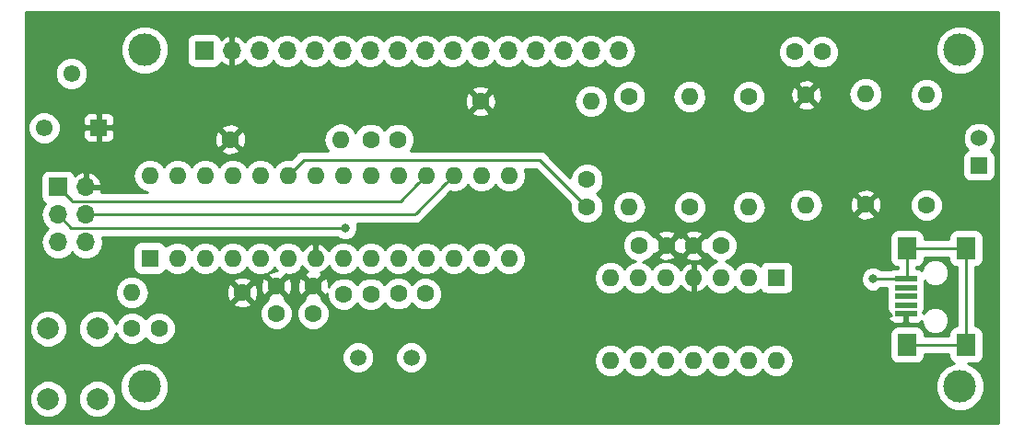
<source format=gbr>
G04 #@! TF.GenerationSoftware,KiCad,Pcbnew,(5.0.2)-1*
G04 #@! TF.CreationDate,2019-05-19T15:52:53+03:00*
G04 #@! TF.ProjectId,Skanas_frekvences_noteiksana,536b616e-6173-45f6-9672-656b76656e63,rev?*
G04 #@! TF.SameCoordinates,Original*
G04 #@! TF.FileFunction,Copper,L1,Top*
G04 #@! TF.FilePolarity,Positive*
%FSLAX46Y46*%
G04 Gerber Fmt 4.6, Leading zero omitted, Abs format (unit mm)*
G04 Created by KiCad (PCBNEW (5.0.2)-1) date 5/19/2019 15:52:53*
%MOMM*%
%LPD*%
G01*
G04 APERTURE LIST*
G04 #@! TA.AperFunction,ComponentPad*
%ADD10O,1.600000X1.600000*%
G04 #@! TD*
G04 #@! TA.AperFunction,ComponentPad*
%ADD11C,1.600000*%
G04 #@! TD*
G04 #@! TA.AperFunction,ComponentPad*
%ADD12C,1.524000*%
G04 #@! TD*
G04 #@! TA.AperFunction,ComponentPad*
%ADD13R,1.524000X1.524000*%
G04 #@! TD*
G04 #@! TA.AperFunction,ComponentPad*
%ADD14C,1.550000*%
G04 #@! TD*
G04 #@! TA.AperFunction,ComponentPad*
%ADD15R,1.550000X1.550000*%
G04 #@! TD*
G04 #@! TA.AperFunction,ComponentPad*
%ADD16C,2.000000*%
G04 #@! TD*
G04 #@! TA.AperFunction,ComponentPad*
%ADD17O,1.700000X1.700000*%
G04 #@! TD*
G04 #@! TA.AperFunction,ComponentPad*
%ADD18R,1.700000X1.700000*%
G04 #@! TD*
G04 #@! TA.AperFunction,ComponentPad*
%ADD19R,1.600000X1.600000*%
G04 #@! TD*
G04 #@! TA.AperFunction,SMDPad,CuDef*
%ADD20R,1.700000X2.000000*%
G04 #@! TD*
G04 #@! TA.AperFunction,SMDPad,CuDef*
%ADD21R,2.000000X0.500000*%
G04 #@! TD*
G04 #@! TA.AperFunction,ComponentPad*
%ADD22C,1.500000*%
G04 #@! TD*
G04 #@! TA.AperFunction,ComponentPad*
%ADD23C,3.000000*%
G04 #@! TD*
G04 #@! TA.AperFunction,ViaPad*
%ADD24C,0.800000*%
G04 #@! TD*
G04 #@! TA.AperFunction,Conductor*
%ADD25C,0.250000*%
G04 #@! TD*
G04 #@! TA.AperFunction,Conductor*
%ADD26C,0.254000*%
G04 #@! TD*
G04 APERTURE END LIST*
D10*
G04 #@! TO.P,R3,2*
G04 #@! TO.N,Net-(R3-Pad2)*
X201551540Y-82643980D03*
D11*
G04 #@! TO.P,R3,1*
G04 #@! TO.N,VCC*
X201551540Y-72483980D03*
G04 #@! TD*
G04 #@! TO.P,R5,1*
G04 #@! TO.N,Net-(R2-Pad2)*
X190832740Y-82796380D03*
D10*
G04 #@! TO.P,R5,2*
G04 #@! TO.N,Net-(R5-Pad2)*
X190832740Y-72636380D03*
G04 #@! TD*
D12*
G04 #@! TO.P,MK1,2*
G04 #@! TO.N,Net-(C1-Pad2)*
X217450920Y-76448600D03*
D13*
G04 #@! TO.P,MK1,1*
G04 #@! TO.N,Earth*
X217450920Y-78948600D03*
G04 #@! TD*
D14*
G04 #@! TO.P,RV1,3*
G04 #@! TO.N,Earth*
X131497700Y-75487540D03*
D15*
G04 #@! TO.P,RV1,1*
G04 #@! TO.N,VCC*
X136497700Y-75487540D03*
D14*
G04 #@! TO.P,RV1,2*
G04 #@! TO.N,Net-(J3-Pad3)*
X133997700Y-70487540D03*
G04 #@! TD*
D16*
G04 #@! TO.P,SW1,2*
G04 #@! TO.N,Earth*
X131867520Y-93967300D03*
G04 #@! TO.P,SW1,1*
G04 #@! TO.N,RST*
X136367520Y-93967300D03*
G04 #@! TO.P,SW1,2*
G04 #@! TO.N,Earth*
X131867520Y-100467300D03*
G04 #@! TO.P,SW1,1*
G04 #@! TO.N,RST*
X136367520Y-100467300D03*
G04 #@! TD*
D17*
G04 #@! TO.P,J2,6*
G04 #@! TO.N,Earth*
X135313420Y-86032340D03*
G04 #@! TO.P,J2,5*
G04 #@! TO.N,RST*
X132773420Y-86032340D03*
G04 #@! TO.P,J2,4*
G04 #@! TO.N,Net-(J2-Pad4)*
X135313420Y-83492340D03*
G04 #@! TO.P,J2,3*
G04 #@! TO.N,Net-(J2-Pad3)*
X132773420Y-83492340D03*
G04 #@! TO.P,J2,2*
G04 #@! TO.N,VCC*
X135313420Y-80952340D03*
D18*
G04 #@! TO.P,J2,1*
G04 #@! TO.N,Net-(J2-Pad1)*
X132773420Y-80952340D03*
G04 #@! TD*
D10*
G04 #@! TO.P,R6,2*
G04 #@! TO.N,Net-(C6-Pad1)*
X185290460Y-82776060D03*
D11*
G04 #@! TO.P,R6,1*
G04 #@! TO.N,Net-(R5-Pad2)*
X185290460Y-72616060D03*
G04 #@! TD*
G04 #@! TO.P,C6,1*
G04 #@! TO.N,Net-(C6-Pad1)*
X181401720Y-82783680D03*
G04 #@! TO.P,C6,2*
G04 #@! TO.N,Earth*
X181401720Y-80283680D03*
G04 #@! TD*
D10*
G04 #@! TO.P,U2,28*
G04 #@! TO.N,Net-(U2-Pad28)*
X141198600Y-79870300D03*
G04 #@! TO.P,U2,14*
G04 #@! TO.N,Net-(U2-Pad14)*
X174218600Y-87490300D03*
G04 #@! TO.P,U2,27*
G04 #@! TO.N,Net-(U2-Pad27)*
X143738600Y-79870300D03*
G04 #@! TO.P,U2,13*
G04 #@! TO.N,Net-(J3-Pad14)*
X171678600Y-87490300D03*
G04 #@! TO.P,U2,26*
G04 #@! TO.N,Net-(U2-Pad26)*
X146278600Y-79870300D03*
G04 #@! TO.P,U2,12*
G04 #@! TO.N,Net-(J3-Pad13)*
X169138600Y-87490300D03*
G04 #@! TO.P,U2,25*
G04 #@! TO.N,Net-(U2-Pad25)*
X148818600Y-79870300D03*
G04 #@! TO.P,U2,11*
G04 #@! TO.N,Net-(J3-Pad12)*
X166598600Y-87490300D03*
G04 #@! TO.P,U2,24*
G04 #@! TO.N,Net-(U2-Pad24)*
X151358600Y-79870300D03*
G04 #@! TO.P,U2,10*
G04 #@! TO.N,Net-(C7-Pad2)*
X164058600Y-87490300D03*
G04 #@! TO.P,U2,23*
G04 #@! TO.N,Net-(C6-Pad1)*
X153898600Y-79870300D03*
G04 #@! TO.P,U2,9*
G04 #@! TO.N,Net-(C5-Pad2)*
X161518600Y-87490300D03*
G04 #@! TO.P,U2,22*
G04 #@! TO.N,Earth*
X156438600Y-79870300D03*
G04 #@! TO.P,U2,8*
X158978600Y-87490300D03*
G04 #@! TO.P,U2,21*
G04 #@! TO.N,Net-(U2-Pad21)*
X158978600Y-79870300D03*
G04 #@! TO.P,U2,7*
G04 #@! TO.N,VCC*
X156438600Y-87490300D03*
G04 #@! TO.P,U2,20*
G04 #@! TO.N,Net-(C3-Pad2)*
X161518600Y-79870300D03*
G04 #@! TO.P,U2,6*
G04 #@! TO.N,Net-(J3-Pad11)*
X153898600Y-87490300D03*
G04 #@! TO.P,U2,19*
G04 #@! TO.N,Net-(J2-Pad3)*
X164058600Y-79870300D03*
G04 #@! TO.P,U2,5*
G04 #@! TO.N,Net-(J3-Pad6)*
X151358600Y-87490300D03*
G04 #@! TO.P,U2,18*
G04 #@! TO.N,Net-(J2-Pad1)*
X166598600Y-79870300D03*
G04 #@! TO.P,U2,4*
G04 #@! TO.N,Net-(J3-Pad4)*
X148818600Y-87490300D03*
G04 #@! TO.P,U2,17*
G04 #@! TO.N,Net-(J2-Pad4)*
X169138600Y-79870300D03*
G04 #@! TO.P,U2,3*
G04 #@! TO.N,Net-(U2-Pad3)*
X146278600Y-87490300D03*
G04 #@! TO.P,U2,16*
G04 #@! TO.N,Net-(U2-Pad16)*
X171678600Y-79870300D03*
G04 #@! TO.P,U2,2*
G04 #@! TO.N,Net-(U2-Pad2)*
X143738600Y-87490300D03*
G04 #@! TO.P,U2,15*
G04 #@! TO.N,Net-(U2-Pad15)*
X174218600Y-79870300D03*
D19*
G04 #@! TO.P,U2,1*
G04 #@! TO.N,RST*
X141198600Y-87490300D03*
G04 #@! TD*
D10*
G04 #@! TO.P,R2,2*
G04 #@! TO.N,Net-(R2-Pad2)*
X196281040Y-82796380D03*
D11*
G04 #@! TO.P,R2,1*
G04 #@! TO.N,Net-(C1-Pad1)*
X196281040Y-72636380D03*
G04 #@! TD*
G04 #@! TO.P,C1,2*
G04 #@! TO.N,Net-(C1-Pad2)*
X203012680Y-68498720D03*
G04 #@! TO.P,C1,1*
G04 #@! TO.N,Net-(C1-Pad1)*
X200512680Y-68498720D03*
G04 #@! TD*
G04 #@! TO.P,C8,2*
G04 #@! TO.N,RST*
X139552040Y-93964760D03*
G04 #@! TO.P,C8,1*
G04 #@! TO.N,Earth*
X142052040Y-93964760D03*
G04 #@! TD*
G04 #@! TO.P,R8,1*
G04 #@! TO.N,VCC*
X149722840Y-90647520D03*
D10*
G04 #@! TO.P,R8,2*
G04 #@! TO.N,RST*
X139562840Y-90647520D03*
G04 #@! TD*
D11*
G04 #@! TO.P,R7,1*
G04 #@! TO.N,VCC*
X171602400Y-73030080D03*
D10*
G04 #@! TO.P,R7,2*
G04 #@! TO.N,Net-(J3-Pad15)*
X181762400Y-73030080D03*
G04 #@! TD*
D11*
G04 #@! TO.P,L1,1*
G04 #@! TO.N,VCC*
X148590000Y-76560680D03*
D10*
G04 #@! TO.P,L1,2*
G04 #@! TO.N,Net-(C3-Pad2)*
X158750000Y-76560680D03*
G04 #@! TD*
D11*
G04 #@! TO.P,C3,2*
G04 #@! TO.N,Net-(C3-Pad2)*
X161523680Y-76565760D03*
G04 #@! TO.P,C3,1*
G04 #@! TO.N,Earth*
X164023680Y-76565760D03*
G04 #@! TD*
D20*
G04 #@! TO.P,J1,6*
G04 #@! TO.N,Earth*
X216258260Y-86568360D03*
X210808260Y-86568360D03*
X216258260Y-95468360D03*
X210808260Y-95468360D03*
D21*
G04 #@! TO.P,J1,5*
X210708260Y-89418360D03*
G04 #@! TO.P,J1,4*
G04 #@! TO.N,Net-(J1-Pad4)*
X210708260Y-90218360D03*
G04 #@! TO.P,J1,3*
G04 #@! TO.N,Net-(J1-Pad3)*
X210708260Y-91018360D03*
G04 #@! TO.P,J1,2*
G04 #@! TO.N,Net-(J1-Pad2)*
X210708260Y-91818360D03*
G04 #@! TO.P,J1,1*
G04 #@! TO.N,VCC*
X210708260Y-92618360D03*
G04 #@! TD*
D22*
G04 #@! TO.P,Y1,1*
G04 #@! TO.N,Net-(C5-Pad2)*
X160345120Y-96626680D03*
G04 #@! TO.P,Y1,2*
G04 #@! TO.N,Net-(C7-Pad2)*
X165245120Y-96626680D03*
G04 #@! TD*
D11*
G04 #@! TO.P,C5,2*
G04 #@! TO.N,Net-(C5-Pad2)*
X161523680Y-90799920D03*
G04 #@! TO.P,C5,1*
G04 #@! TO.N,Earth*
X159023680Y-90799920D03*
G04 #@! TD*
G04 #@! TO.P,C7,1*
G04 #@! TO.N,Earth*
X166553520Y-90774520D03*
G04 #@! TO.P,C7,2*
G04 #@! TO.N,Net-(C7-Pad2)*
X164053520Y-90774520D03*
G04 #@! TD*
D17*
G04 #@! TO.P,J3,16*
G04 #@! TO.N,Earth*
X184297320Y-68402200D03*
G04 #@! TO.P,J3,15*
G04 #@! TO.N,Net-(J3-Pad15)*
X181757320Y-68402200D03*
G04 #@! TO.P,J3,14*
G04 #@! TO.N,Net-(J3-Pad14)*
X179217320Y-68402200D03*
G04 #@! TO.P,J3,13*
G04 #@! TO.N,Net-(J3-Pad13)*
X176677320Y-68402200D03*
G04 #@! TO.P,J3,12*
G04 #@! TO.N,Net-(J3-Pad12)*
X174137320Y-68402200D03*
G04 #@! TO.P,J3,11*
G04 #@! TO.N,Net-(J3-Pad11)*
X171597320Y-68402200D03*
G04 #@! TO.P,J3,10*
G04 #@! TO.N,Net-(J3-Pad10)*
X169057320Y-68402200D03*
G04 #@! TO.P,J3,9*
G04 #@! TO.N,Net-(J3-Pad9)*
X166517320Y-68402200D03*
G04 #@! TO.P,J3,8*
G04 #@! TO.N,Net-(J3-Pad8)*
X163977320Y-68402200D03*
G04 #@! TO.P,J3,7*
G04 #@! TO.N,Net-(J3-Pad7)*
X161437320Y-68402200D03*
G04 #@! TO.P,J3,6*
G04 #@! TO.N,Net-(J3-Pad6)*
X158897320Y-68402200D03*
G04 #@! TO.P,J3,5*
G04 #@! TO.N,Earth*
X156357320Y-68402200D03*
G04 #@! TO.P,J3,4*
G04 #@! TO.N,Net-(J3-Pad4)*
X153817320Y-68402200D03*
G04 #@! TO.P,J3,3*
G04 #@! TO.N,Net-(J3-Pad3)*
X151277320Y-68402200D03*
G04 #@! TO.P,J3,2*
G04 #@! TO.N,VCC*
X148737320Y-68402200D03*
D18*
G04 #@! TO.P,J3,1*
G04 #@! TO.N,Earth*
X146197320Y-68402200D03*
G04 #@! TD*
D11*
G04 #@! TO.P,C4,1*
G04 #@! TO.N,VCC*
X152847040Y-90093800D03*
G04 #@! TO.P,C4,2*
G04 #@! TO.N,Earth*
X152847040Y-92593800D03*
G04 #@! TD*
G04 #@! TO.P,C2,2*
G04 #@! TO.N,Earth*
X156215080Y-92593800D03*
G04 #@! TO.P,C2,1*
G04 #@! TO.N,VCC*
X156215080Y-90093800D03*
G04 #@! TD*
G04 #@! TO.P,R4,1*
G04 #@! TO.N,Net-(R3-Pad2)*
X212600540Y-82605880D03*
D10*
G04 #@! TO.P,R4,2*
G04 #@! TO.N,Earth*
X212600540Y-72445880D03*
G04 #@! TD*
D11*
G04 #@! TO.P,R1,1*
G04 #@! TO.N,VCC*
X206999840Y-82567780D03*
D10*
G04 #@! TO.P,R1,2*
G04 #@! TO.N,Net-(C1-Pad2)*
X206999840Y-72407780D03*
G04 #@! TD*
D23*
G04 #@! TO.P,,*
G04 #@! TO.N,*
X215696800Y-99314000D03*
G04 #@! TD*
G04 #@! TO.P,,*
G04 #@! TO.N,*
X215696800Y-68326000D03*
G04 #@! TD*
G04 #@! TO.P,,*
G04 #@! TO.N,*
X140716000Y-68326000D03*
G04 #@! TD*
G04 #@! TO.P,,*
G04 #@! TO.N,*
X140703300Y-99326700D03*
G04 #@! TD*
D11*
G04 #@! TO.P,C9,1*
G04 #@! TO.N,VCC*
X188709300Y-86309200D03*
G04 #@! TO.P,C9,2*
G04 #@! TO.N,Earth*
X186209300Y-86309200D03*
G04 #@! TD*
G04 #@! TO.P,C10,2*
G04 #@! TO.N,Earth*
X193723900Y-86321900D03*
G04 #@! TO.P,C10,1*
G04 #@! TO.N,VCC*
X191223900Y-86321900D03*
G04 #@! TD*
D19*
G04 #@! TO.P,U1,1*
G04 #@! TO.N,Net-(R5-Pad2)*
X198818500Y-89293700D03*
D10*
G04 #@! TO.P,U1,8*
G04 #@! TO.N,N/C*
X183578500Y-96913700D03*
G04 #@! TO.P,U1,2*
G04 #@! TO.N,Net-(R2-Pad2)*
X196278500Y-89293700D03*
G04 #@! TO.P,U1,9*
G04 #@! TO.N,N/C*
X186118500Y-96913700D03*
G04 #@! TO.P,U1,3*
G04 #@! TO.N,Net-(R3-Pad2)*
X193738500Y-89293700D03*
G04 #@! TO.P,U1,10*
G04 #@! TO.N,N/C*
X188658500Y-96913700D03*
G04 #@! TO.P,U1,4*
G04 #@! TO.N,VCC*
X191198500Y-89293700D03*
G04 #@! TO.P,U1,11*
G04 #@! TO.N,Earth*
X191198500Y-96913700D03*
G04 #@! TO.P,U1,5*
G04 #@! TO.N,N/C*
X188658500Y-89293700D03*
G04 #@! TO.P,U1,12*
X193738500Y-96913700D03*
G04 #@! TO.P,U1,6*
X186118500Y-89293700D03*
G04 #@! TO.P,U1,13*
X196278500Y-96913700D03*
G04 #@! TO.P,U1,7*
X183578500Y-89293700D03*
G04 #@! TO.P,U1,14*
X198818500Y-96913700D03*
G04 #@! TD*
D24*
G04 #@! TO.N,Earth*
X207688180Y-89402920D03*
G04 #@! TO.N,Net-(J2-Pad3)*
X159184340Y-84709000D03*
G04 #@! TD*
D25*
G04 #@! TO.N,Earth*
X216258260Y-86568360D02*
X210808260Y-86568360D01*
X210808260Y-89318360D02*
X210708260Y-89418360D01*
X210808260Y-86568360D02*
X210808260Y-89318360D01*
X210808260Y-95468360D02*
X216258260Y-95468360D01*
X216258260Y-94218360D02*
X216258260Y-86568360D01*
X216258260Y-95468360D02*
X216258260Y-94218360D01*
X207703620Y-89418360D02*
X207688180Y-89402920D01*
X210708260Y-89418360D02*
X207703620Y-89418360D01*
G04 #@! TO.N,Net-(C6-Pad1)*
X177048160Y-78430120D02*
X181401720Y-82783680D01*
X153898600Y-79870300D02*
X155338780Y-78430120D01*
X155338780Y-78430120D02*
X177048160Y-78430120D01*
G04 #@! TO.N,Net-(J2-Pad1)*
X132773420Y-80952340D02*
X134035721Y-82214641D01*
X165798601Y-80670299D02*
X166598600Y-79870300D01*
X164228780Y-82240120D02*
X165798601Y-80670299D01*
X134051040Y-82214641D02*
X134076519Y-82240120D01*
X134076519Y-82240120D02*
X164228780Y-82240120D01*
G04 #@! TO.N,Net-(J2-Pad3)*
X132773420Y-83492340D02*
X133990080Y-84709000D01*
X133990080Y-84709000D02*
X159184340Y-84709000D01*
G04 #@! TO.N,Net-(J2-Pad4)*
X168338601Y-80670299D02*
X169138600Y-79870300D01*
X165516560Y-83492340D02*
X165666420Y-83342480D01*
X165524180Y-83484720D02*
X165666420Y-83342480D01*
X165666420Y-83342480D02*
X168338601Y-80670299D01*
X135313420Y-83492340D02*
X165516560Y-83492340D01*
G04 #@! TD*
D26*
G04 #@! TO.N,VCC*
G36*
X219198000Y-102698000D02*
X129802000Y-102698000D01*
X129802000Y-100123778D01*
X130140520Y-100123778D01*
X130140520Y-100810822D01*
X130403440Y-101445567D01*
X130889253Y-101931380D01*
X131523998Y-102194300D01*
X132211042Y-102194300D01*
X132845787Y-101931380D01*
X133331600Y-101445567D01*
X133594520Y-100810822D01*
X133594520Y-100123778D01*
X134640520Y-100123778D01*
X134640520Y-100810822D01*
X134903440Y-101445567D01*
X135389253Y-101931380D01*
X136023998Y-102194300D01*
X136711042Y-102194300D01*
X137345787Y-101931380D01*
X137831600Y-101445567D01*
X138094520Y-100810822D01*
X138094520Y-100123778D01*
X137831600Y-99489033D01*
X137345787Y-99003220D01*
X137057294Y-98883722D01*
X138476300Y-98883722D01*
X138476300Y-99769678D01*
X138815340Y-100588194D01*
X139441806Y-101214660D01*
X140260322Y-101553700D01*
X141146278Y-101553700D01*
X141964794Y-101214660D01*
X142591260Y-100588194D01*
X142930300Y-99769678D01*
X142930300Y-98883722D01*
X142591260Y-98065206D01*
X141964794Y-97438740D01*
X141146278Y-97099700D01*
X140260322Y-97099700D01*
X139441806Y-97438740D01*
X138815340Y-98065206D01*
X138476300Y-98883722D01*
X137057294Y-98883722D01*
X136711042Y-98740300D01*
X136023998Y-98740300D01*
X135389253Y-99003220D01*
X134903440Y-99489033D01*
X134640520Y-100123778D01*
X133594520Y-100123778D01*
X133331600Y-99489033D01*
X132845787Y-99003220D01*
X132211042Y-98740300D01*
X131523998Y-98740300D01*
X130889253Y-99003220D01*
X130403440Y-99489033D01*
X130140520Y-100123778D01*
X129802000Y-100123778D01*
X129802000Y-96332886D01*
X158868120Y-96332886D01*
X158868120Y-96920474D01*
X159092980Y-97463333D01*
X159508467Y-97878820D01*
X160051326Y-98103680D01*
X160638914Y-98103680D01*
X161181773Y-97878820D01*
X161597260Y-97463333D01*
X161822120Y-96920474D01*
X161822120Y-96332886D01*
X163768120Y-96332886D01*
X163768120Y-96920474D01*
X163992980Y-97463333D01*
X164408467Y-97878820D01*
X164951326Y-98103680D01*
X165538914Y-98103680D01*
X166081773Y-97878820D01*
X166497260Y-97463333D01*
X166722120Y-96920474D01*
X166722120Y-96913700D01*
X182021585Y-96913700D01*
X182140098Y-97509506D01*
X182477595Y-98014605D01*
X182982694Y-98352102D01*
X183428107Y-98440700D01*
X183728893Y-98440700D01*
X184174306Y-98352102D01*
X184679405Y-98014605D01*
X184848500Y-97761537D01*
X185017595Y-98014605D01*
X185522694Y-98352102D01*
X185968107Y-98440700D01*
X186268893Y-98440700D01*
X186714306Y-98352102D01*
X187219405Y-98014605D01*
X187388500Y-97761537D01*
X187557595Y-98014605D01*
X188062694Y-98352102D01*
X188508107Y-98440700D01*
X188808893Y-98440700D01*
X189254306Y-98352102D01*
X189759405Y-98014605D01*
X189928500Y-97761537D01*
X190097595Y-98014605D01*
X190602694Y-98352102D01*
X191048107Y-98440700D01*
X191348893Y-98440700D01*
X191794306Y-98352102D01*
X192299405Y-98014605D01*
X192468500Y-97761537D01*
X192637595Y-98014605D01*
X193142694Y-98352102D01*
X193588107Y-98440700D01*
X193888893Y-98440700D01*
X194334306Y-98352102D01*
X194839405Y-98014605D01*
X195008500Y-97761537D01*
X195177595Y-98014605D01*
X195682694Y-98352102D01*
X196128107Y-98440700D01*
X196428893Y-98440700D01*
X196874306Y-98352102D01*
X197379405Y-98014605D01*
X197548500Y-97761537D01*
X197717595Y-98014605D01*
X198222694Y-98352102D01*
X198668107Y-98440700D01*
X198968893Y-98440700D01*
X199414306Y-98352102D01*
X199919405Y-98014605D01*
X200256902Y-97509506D01*
X200375415Y-96913700D01*
X200256902Y-96317894D01*
X199919405Y-95812795D01*
X199414306Y-95475298D01*
X198968893Y-95386700D01*
X198668107Y-95386700D01*
X198222694Y-95475298D01*
X197717595Y-95812795D01*
X197548500Y-96065863D01*
X197379405Y-95812795D01*
X196874306Y-95475298D01*
X196428893Y-95386700D01*
X196128107Y-95386700D01*
X195682694Y-95475298D01*
X195177595Y-95812795D01*
X195008500Y-96065863D01*
X194839405Y-95812795D01*
X194334306Y-95475298D01*
X193888893Y-95386700D01*
X193588107Y-95386700D01*
X193142694Y-95475298D01*
X192637595Y-95812795D01*
X192468500Y-96065863D01*
X192299405Y-95812795D01*
X191794306Y-95475298D01*
X191348893Y-95386700D01*
X191048107Y-95386700D01*
X190602694Y-95475298D01*
X190097595Y-95812795D01*
X189928500Y-96065863D01*
X189759405Y-95812795D01*
X189254306Y-95475298D01*
X188808893Y-95386700D01*
X188508107Y-95386700D01*
X188062694Y-95475298D01*
X187557595Y-95812795D01*
X187388500Y-96065863D01*
X187219405Y-95812795D01*
X186714306Y-95475298D01*
X186268893Y-95386700D01*
X185968107Y-95386700D01*
X185522694Y-95475298D01*
X185017595Y-95812795D01*
X184848500Y-96065863D01*
X184679405Y-95812795D01*
X184174306Y-95475298D01*
X183728893Y-95386700D01*
X183428107Y-95386700D01*
X182982694Y-95475298D01*
X182477595Y-95812795D01*
X182140098Y-96317894D01*
X182021585Y-96913700D01*
X166722120Y-96913700D01*
X166722120Y-96332886D01*
X166497260Y-95790027D01*
X166081773Y-95374540D01*
X165538914Y-95149680D01*
X164951326Y-95149680D01*
X164408467Y-95374540D01*
X163992980Y-95790027D01*
X163768120Y-96332886D01*
X161822120Y-96332886D01*
X161597260Y-95790027D01*
X161181773Y-95374540D01*
X160638914Y-95149680D01*
X160051326Y-95149680D01*
X159508467Y-95374540D01*
X159092980Y-95790027D01*
X158868120Y-96332886D01*
X129802000Y-96332886D01*
X129802000Y-93623778D01*
X130140520Y-93623778D01*
X130140520Y-94310822D01*
X130403440Y-94945567D01*
X130889253Y-95431380D01*
X131523998Y-95694300D01*
X132211042Y-95694300D01*
X132845787Y-95431380D01*
X133331600Y-94945567D01*
X133594520Y-94310822D01*
X133594520Y-93623778D01*
X134640520Y-93623778D01*
X134640520Y-94310822D01*
X134903440Y-94945567D01*
X135389253Y-95431380D01*
X136023998Y-95694300D01*
X136711042Y-95694300D01*
X137345787Y-95431380D01*
X137831600Y-94945567D01*
X138068545Y-94373530D01*
X138257512Y-94829736D01*
X138687064Y-95259288D01*
X139248301Y-95491760D01*
X139855779Y-95491760D01*
X140417016Y-95259288D01*
X140802040Y-94874264D01*
X141187064Y-95259288D01*
X141748301Y-95491760D01*
X142355779Y-95491760D01*
X142917016Y-95259288D01*
X143346568Y-94829736D01*
X143579040Y-94268499D01*
X143579040Y-93661021D01*
X143346568Y-93099784D01*
X142917016Y-92670232D01*
X142355779Y-92437760D01*
X141748301Y-92437760D01*
X141187064Y-92670232D01*
X140802040Y-93055256D01*
X140417016Y-92670232D01*
X139855779Y-92437760D01*
X139248301Y-92437760D01*
X138687064Y-92670232D01*
X138257512Y-93099784D01*
X138067493Y-93558530D01*
X137831600Y-92989033D01*
X137345787Y-92503220D01*
X136831176Y-92290061D01*
X151320040Y-92290061D01*
X151320040Y-92897539D01*
X151552512Y-93458776D01*
X151982064Y-93888328D01*
X152543301Y-94120800D01*
X153150779Y-94120800D01*
X153712016Y-93888328D01*
X154141568Y-93458776D01*
X154374040Y-92897539D01*
X154374040Y-92290061D01*
X154688080Y-92290061D01*
X154688080Y-92897539D01*
X154920552Y-93458776D01*
X155350104Y-93888328D01*
X155911341Y-94120800D01*
X156518819Y-94120800D01*
X157080056Y-93888328D01*
X157509608Y-93458776D01*
X157742080Y-92897539D01*
X157742080Y-92290061D01*
X157509608Y-91728824D01*
X157080056Y-91299272D01*
X156994354Y-91263773D01*
X157043219Y-91101545D01*
X156215080Y-90273405D01*
X155386941Y-91101545D01*
X155435806Y-91263773D01*
X155350104Y-91299272D01*
X154920552Y-91728824D01*
X154688080Y-92290061D01*
X154374040Y-92290061D01*
X154141568Y-91728824D01*
X153712016Y-91299272D01*
X153626314Y-91263773D01*
X153675179Y-91101545D01*
X152847040Y-90273405D01*
X152018901Y-91101545D01*
X152067766Y-91263773D01*
X151982064Y-91299272D01*
X151552512Y-91728824D01*
X151320040Y-92290061D01*
X136831176Y-92290061D01*
X136711042Y-92240300D01*
X136023998Y-92240300D01*
X135389253Y-92503220D01*
X134903440Y-92989033D01*
X134640520Y-93623778D01*
X133594520Y-93623778D01*
X133331600Y-92989033D01*
X132845787Y-92503220D01*
X132211042Y-92240300D01*
X131523998Y-92240300D01*
X130889253Y-92503220D01*
X130403440Y-92989033D01*
X130140520Y-93623778D01*
X129802000Y-93623778D01*
X129802000Y-90647520D01*
X138005925Y-90647520D01*
X138124438Y-91243326D01*
X138461935Y-91748425D01*
X138967034Y-92085922D01*
X139412447Y-92174520D01*
X139713233Y-92174520D01*
X140158646Y-92085922D01*
X140663745Y-91748425D01*
X140725992Y-91655265D01*
X148894701Y-91655265D01*
X148968835Y-91901384D01*
X149506063Y-92094485D01*
X150076294Y-92067298D01*
X150476845Y-91901384D01*
X150550979Y-91655265D01*
X149722840Y-90827125D01*
X148894701Y-91655265D01*
X140725992Y-91655265D01*
X141001242Y-91243326D01*
X141119755Y-90647520D01*
X141076636Y-90430743D01*
X148275875Y-90430743D01*
X148303062Y-91000974D01*
X148468976Y-91401525D01*
X148715095Y-91475659D01*
X149543235Y-90647520D01*
X149902445Y-90647520D01*
X150730585Y-91475659D01*
X150976704Y-91401525D01*
X151169805Y-90864297D01*
X151142618Y-90294066D01*
X150976704Y-89893515D01*
X150921952Y-89877023D01*
X151400075Y-89877023D01*
X151427262Y-90447254D01*
X151593176Y-90847805D01*
X151839295Y-90921939D01*
X152667435Y-90093800D01*
X153026645Y-90093800D01*
X153854785Y-90921939D01*
X154100904Y-90847805D01*
X154294005Y-90310577D01*
X154273335Y-89877023D01*
X154768115Y-89877023D01*
X154795302Y-90447254D01*
X154961216Y-90847805D01*
X155207335Y-90921939D01*
X156035475Y-90093800D01*
X156394685Y-90093800D01*
X157222825Y-90921939D01*
X157468944Y-90847805D01*
X157496680Y-90770640D01*
X157496680Y-91103659D01*
X157729152Y-91664896D01*
X158158704Y-92094448D01*
X158719941Y-92326920D01*
X159327419Y-92326920D01*
X159888656Y-92094448D01*
X160273680Y-91709424D01*
X160658704Y-92094448D01*
X161219941Y-92326920D01*
X161827419Y-92326920D01*
X162388656Y-92094448D01*
X162801300Y-91681804D01*
X163188544Y-92069048D01*
X163749781Y-92301520D01*
X164357259Y-92301520D01*
X164918496Y-92069048D01*
X165303520Y-91684024D01*
X165688544Y-92069048D01*
X166249781Y-92301520D01*
X166857259Y-92301520D01*
X167418496Y-92069048D01*
X167848048Y-91639496D01*
X168080520Y-91078259D01*
X168080520Y-90470781D01*
X167848048Y-89909544D01*
X167418496Y-89479992D01*
X166968748Y-89293700D01*
X182021585Y-89293700D01*
X182140098Y-89889506D01*
X182477595Y-90394605D01*
X182982694Y-90732102D01*
X183428107Y-90820700D01*
X183728893Y-90820700D01*
X184174306Y-90732102D01*
X184679405Y-90394605D01*
X184848500Y-90141537D01*
X185017595Y-90394605D01*
X185522694Y-90732102D01*
X185968107Y-90820700D01*
X186268893Y-90820700D01*
X186714306Y-90732102D01*
X187219405Y-90394605D01*
X187388500Y-90141537D01*
X187557595Y-90394605D01*
X188062694Y-90732102D01*
X188508107Y-90820700D01*
X188808893Y-90820700D01*
X189254306Y-90732102D01*
X189759405Y-90394605D01*
X189995325Y-90041527D01*
X190046111Y-90148834D01*
X190461077Y-90524741D01*
X190849461Y-90685604D01*
X191071500Y-90563615D01*
X191071500Y-89420700D01*
X191051500Y-89420700D01*
X191051500Y-89166700D01*
X191071500Y-89166700D01*
X191071500Y-88023785D01*
X191325500Y-88023785D01*
X191325500Y-89166700D01*
X191345500Y-89166700D01*
X191345500Y-89420700D01*
X191325500Y-89420700D01*
X191325500Y-90563615D01*
X191547539Y-90685604D01*
X191935923Y-90524741D01*
X192350889Y-90148834D01*
X192401675Y-90041527D01*
X192637595Y-90394605D01*
X193142694Y-90732102D01*
X193588107Y-90820700D01*
X193888893Y-90820700D01*
X194334306Y-90732102D01*
X194839405Y-90394605D01*
X195008500Y-90141537D01*
X195177595Y-90394605D01*
X195682694Y-90732102D01*
X196128107Y-90820700D01*
X196428893Y-90820700D01*
X196874306Y-90732102D01*
X197355760Y-90410404D01*
X197494363Y-90617837D01*
X197734839Y-90778518D01*
X198018500Y-90834942D01*
X199618500Y-90834942D01*
X199902161Y-90778518D01*
X200142637Y-90617837D01*
X200303318Y-90377361D01*
X200359742Y-90093700D01*
X200359742Y-89178746D01*
X206561180Y-89178746D01*
X206561180Y-89627094D01*
X206732756Y-90041314D01*
X207049786Y-90358344D01*
X207464006Y-90529920D01*
X207912354Y-90529920D01*
X208326574Y-90358344D01*
X208414558Y-90270360D01*
X208967018Y-90270360D01*
X208967018Y-90468360D01*
X208996855Y-90618360D01*
X208967018Y-90768360D01*
X208967018Y-91268360D01*
X208996855Y-91418360D01*
X208967018Y-91568360D01*
X208967018Y-92068360D01*
X209023442Y-92352021D01*
X209184123Y-92592497D01*
X209409905Y-92743360D01*
X209232010Y-92743360D01*
X209073260Y-92902110D01*
X209073260Y-92994669D01*
X209169933Y-93228058D01*
X209348561Y-93406687D01*
X209581950Y-93503360D01*
X210422510Y-93503360D01*
X210581260Y-93344610D01*
X210581260Y-92809602D01*
X210835260Y-92809602D01*
X210835260Y-93344610D01*
X210994010Y-93503360D01*
X211834570Y-93503360D01*
X212067959Y-93406687D01*
X212181260Y-93293385D01*
X212181260Y-93462425D01*
X212368060Y-93913399D01*
X212713221Y-94258560D01*
X213164195Y-94445360D01*
X213652325Y-94445360D01*
X214103299Y-94258560D01*
X214448460Y-93913399D01*
X214635260Y-93462425D01*
X214635260Y-92974295D01*
X214448460Y-92523321D01*
X214103299Y-92178160D01*
X213652325Y-91991360D01*
X213164195Y-91991360D01*
X212713221Y-92178160D01*
X212368060Y-92523321D01*
X212343260Y-92583193D01*
X212343260Y-92491358D01*
X212299976Y-92491358D01*
X212393078Y-92352021D01*
X212449502Y-92068360D01*
X212449502Y-91568360D01*
X212419665Y-91418360D01*
X212449502Y-91268360D01*
X212449502Y-90768360D01*
X212419665Y-90618360D01*
X212449502Y-90468360D01*
X212449502Y-89968360D01*
X212419665Y-89818360D01*
X212449502Y-89668360D01*
X212449502Y-89594841D01*
X212713221Y-89858560D01*
X213164195Y-90045360D01*
X213652325Y-90045360D01*
X214103299Y-89858560D01*
X214448460Y-89513399D01*
X214635260Y-89062425D01*
X214635260Y-88574295D01*
X214448460Y-88123321D01*
X214103299Y-87778160D01*
X213652325Y-87591360D01*
X213164195Y-87591360D01*
X212713221Y-87778160D01*
X212368060Y-88123321D01*
X212181260Y-88574295D01*
X212181260Y-88610054D01*
X211991921Y-88483542D01*
X211708260Y-88427118D01*
X211660260Y-88427118D01*
X211660260Y-88309204D01*
X211941921Y-88253178D01*
X212182397Y-88092497D01*
X212343078Y-87852021D01*
X212399502Y-87568360D01*
X212399502Y-87420360D01*
X214667018Y-87420360D01*
X214667018Y-87568360D01*
X214723442Y-87852021D01*
X214884123Y-88092497D01*
X215124599Y-88253178D01*
X215406261Y-88309204D01*
X215406260Y-93727516D01*
X215124599Y-93783542D01*
X214884123Y-93944223D01*
X214723442Y-94184699D01*
X214667018Y-94468360D01*
X214667018Y-94616360D01*
X212399502Y-94616360D01*
X212399502Y-94468360D01*
X212343078Y-94184699D01*
X212182397Y-93944223D01*
X211941921Y-93783542D01*
X211658260Y-93727118D01*
X209958260Y-93727118D01*
X209674599Y-93783542D01*
X209434123Y-93944223D01*
X209273442Y-94184699D01*
X209217018Y-94468360D01*
X209217018Y-96468360D01*
X209273442Y-96752021D01*
X209434123Y-96992497D01*
X209674599Y-97153178D01*
X209958260Y-97209602D01*
X211658260Y-97209602D01*
X211941921Y-97153178D01*
X212182397Y-96992497D01*
X212343078Y-96752021D01*
X212399502Y-96468360D01*
X212399502Y-96320360D01*
X214667018Y-96320360D01*
X214667018Y-96468360D01*
X214723442Y-96752021D01*
X214884123Y-96992497D01*
X215112910Y-97145368D01*
X214435306Y-97426040D01*
X213808840Y-98052506D01*
X213469800Y-98871022D01*
X213469800Y-99756978D01*
X213808840Y-100575494D01*
X214435306Y-101201960D01*
X215253822Y-101541000D01*
X216139778Y-101541000D01*
X216958294Y-101201960D01*
X217584760Y-100575494D01*
X217923800Y-99756978D01*
X217923800Y-98871022D01*
X217584760Y-98052506D01*
X216958294Y-97426040D01*
X216435766Y-97209602D01*
X217108260Y-97209602D01*
X217391921Y-97153178D01*
X217632397Y-96992497D01*
X217793078Y-96752021D01*
X217849502Y-96468360D01*
X217849502Y-94468360D01*
X217793078Y-94184699D01*
X217632397Y-93944223D01*
X217391921Y-93783542D01*
X217110260Y-93727516D01*
X217110260Y-88309204D01*
X217391921Y-88253178D01*
X217632397Y-88092497D01*
X217793078Y-87852021D01*
X217849502Y-87568360D01*
X217849502Y-85568360D01*
X217793078Y-85284699D01*
X217632397Y-85044223D01*
X217391921Y-84883542D01*
X217108260Y-84827118D01*
X215408260Y-84827118D01*
X215124599Y-84883542D01*
X214884123Y-85044223D01*
X214723442Y-85284699D01*
X214667018Y-85568360D01*
X214667018Y-85716360D01*
X212399502Y-85716360D01*
X212399502Y-85568360D01*
X212343078Y-85284699D01*
X212182397Y-85044223D01*
X211941921Y-84883542D01*
X211658260Y-84827118D01*
X209958260Y-84827118D01*
X209674599Y-84883542D01*
X209434123Y-85044223D01*
X209273442Y-85284699D01*
X209217018Y-85568360D01*
X209217018Y-87568360D01*
X209273442Y-87852021D01*
X209434123Y-88092497D01*
X209674599Y-88253178D01*
X209956261Y-88309204D01*
X209956261Y-88427118D01*
X209708260Y-88427118D01*
X209424599Y-88483542D01*
X209300653Y-88566360D01*
X208445438Y-88566360D01*
X208326574Y-88447496D01*
X207912354Y-88275920D01*
X207464006Y-88275920D01*
X207049786Y-88447496D01*
X206732756Y-88764526D01*
X206561180Y-89178746D01*
X200359742Y-89178746D01*
X200359742Y-88493700D01*
X200303318Y-88210039D01*
X200142637Y-87969563D01*
X199902161Y-87808882D01*
X199618500Y-87752458D01*
X198018500Y-87752458D01*
X197734839Y-87808882D01*
X197494363Y-87969563D01*
X197355760Y-88176996D01*
X196874306Y-87855298D01*
X196428893Y-87766700D01*
X196128107Y-87766700D01*
X195682694Y-87855298D01*
X195177595Y-88192795D01*
X195008500Y-88445863D01*
X194839405Y-88192795D01*
X194334306Y-87855298D01*
X194116694Y-87812012D01*
X194588876Y-87616428D01*
X195018428Y-87186876D01*
X195250900Y-86625639D01*
X195250900Y-86018161D01*
X195018428Y-85456924D01*
X194588876Y-85027372D01*
X194027639Y-84794900D01*
X193420161Y-84794900D01*
X192858924Y-85027372D01*
X192429372Y-85456924D01*
X192393873Y-85542626D01*
X192231645Y-85493761D01*
X191403505Y-86321900D01*
X192231645Y-87150039D01*
X192393873Y-87101174D01*
X192429372Y-87186876D01*
X192858924Y-87616428D01*
X193340579Y-87815936D01*
X193142694Y-87855298D01*
X192637595Y-88192795D01*
X192401675Y-88545873D01*
X192350889Y-88438566D01*
X191935923Y-88062659D01*
X191547539Y-87901796D01*
X191325500Y-88023785D01*
X191071500Y-88023785D01*
X190849461Y-87901796D01*
X190461077Y-88062659D01*
X190046111Y-88438566D01*
X189995325Y-88545873D01*
X189759405Y-88192795D01*
X189254306Y-87855298D01*
X188808893Y-87766700D01*
X188508107Y-87766700D01*
X188062694Y-87855298D01*
X187557595Y-88192795D01*
X187388500Y-88445863D01*
X187219405Y-88192795D01*
X186714306Y-87855298D01*
X186547186Y-87822056D01*
X187074276Y-87603728D01*
X187361059Y-87316945D01*
X187881161Y-87316945D01*
X187955295Y-87563064D01*
X188492523Y-87756165D01*
X189062754Y-87728978D01*
X189463305Y-87563064D01*
X189533613Y-87329645D01*
X190395761Y-87329645D01*
X190469895Y-87575764D01*
X191007123Y-87768865D01*
X191577354Y-87741678D01*
X191977905Y-87575764D01*
X192052039Y-87329645D01*
X191223900Y-86501505D01*
X190395761Y-87329645D01*
X189533613Y-87329645D01*
X189537439Y-87316945D01*
X188709300Y-86488805D01*
X187881161Y-87316945D01*
X187361059Y-87316945D01*
X187503828Y-87174176D01*
X187539327Y-87088474D01*
X187701555Y-87137339D01*
X188529695Y-86309200D01*
X188888905Y-86309200D01*
X189717045Y-87137339D01*
X189963164Y-87063205D01*
X189963913Y-87061122D01*
X189970036Y-87075905D01*
X190216155Y-87150039D01*
X191044295Y-86321900D01*
X190216155Y-85493761D01*
X189970036Y-85567895D01*
X189969287Y-85569978D01*
X189963164Y-85555195D01*
X189717045Y-85481061D01*
X188888905Y-86309200D01*
X188529695Y-86309200D01*
X187701555Y-85481061D01*
X187539327Y-85529926D01*
X187503828Y-85444224D01*
X187361059Y-85301455D01*
X187881161Y-85301455D01*
X188709300Y-86129595D01*
X189524739Y-85314155D01*
X190395761Y-85314155D01*
X191223900Y-86142295D01*
X192052039Y-85314155D01*
X191977905Y-85068036D01*
X191440677Y-84874935D01*
X190870446Y-84902122D01*
X190469895Y-85068036D01*
X190395761Y-85314155D01*
X189524739Y-85314155D01*
X189537439Y-85301455D01*
X189463305Y-85055336D01*
X188926077Y-84862235D01*
X188355846Y-84889422D01*
X187955295Y-85055336D01*
X187881161Y-85301455D01*
X187361059Y-85301455D01*
X187074276Y-85014672D01*
X186513039Y-84782200D01*
X185905561Y-84782200D01*
X185344324Y-85014672D01*
X184914772Y-85444224D01*
X184682300Y-86005461D01*
X184682300Y-86612939D01*
X184914772Y-87174176D01*
X185344324Y-87603728D01*
X185812499Y-87797652D01*
X185522694Y-87855298D01*
X185017595Y-88192795D01*
X184848500Y-88445863D01*
X184679405Y-88192795D01*
X184174306Y-87855298D01*
X183728893Y-87766700D01*
X183428107Y-87766700D01*
X182982694Y-87855298D01*
X182477595Y-88192795D01*
X182140098Y-88697894D01*
X182021585Y-89293700D01*
X166968748Y-89293700D01*
X166857259Y-89247520D01*
X166249781Y-89247520D01*
X165688544Y-89479992D01*
X165303520Y-89865016D01*
X164918496Y-89479992D01*
X164357259Y-89247520D01*
X163749781Y-89247520D01*
X163188544Y-89479992D01*
X162775900Y-89892636D01*
X162388656Y-89505392D01*
X161827419Y-89272920D01*
X161219941Y-89272920D01*
X160658704Y-89505392D01*
X160273680Y-89890416D01*
X159888656Y-89505392D01*
X159327419Y-89272920D01*
X158719941Y-89272920D01*
X158158704Y-89505392D01*
X157729152Y-89934944D01*
X157652911Y-90119005D01*
X157634858Y-89740346D01*
X157468944Y-89339795D01*
X157222825Y-89265661D01*
X156394685Y-90093800D01*
X156035475Y-90093800D01*
X155207335Y-89265661D01*
X154961216Y-89339795D01*
X154768115Y-89877023D01*
X154273335Y-89877023D01*
X154266818Y-89740346D01*
X154100904Y-89339795D01*
X153854785Y-89265661D01*
X153026645Y-90093800D01*
X152667435Y-90093800D01*
X151839295Y-89265661D01*
X151593176Y-89339795D01*
X151400075Y-89877023D01*
X150921952Y-89877023D01*
X150730585Y-89819381D01*
X149902445Y-90647520D01*
X149543235Y-90647520D01*
X148715095Y-89819381D01*
X148468976Y-89893515D01*
X148275875Y-90430743D01*
X141076636Y-90430743D01*
X141001242Y-90051714D01*
X140725993Y-89639775D01*
X148894701Y-89639775D01*
X149722840Y-90467915D01*
X150550979Y-89639775D01*
X150476845Y-89393656D01*
X149939617Y-89200555D01*
X149369386Y-89227742D01*
X148968835Y-89393656D01*
X148894701Y-89639775D01*
X140725993Y-89639775D01*
X140663745Y-89546615D01*
X140158646Y-89209118D01*
X139713233Y-89120520D01*
X139412447Y-89120520D01*
X138967034Y-89209118D01*
X138461935Y-89546615D01*
X138124438Y-90051714D01*
X138005925Y-90647520D01*
X129802000Y-90647520D01*
X129802000Y-83492340D01*
X131165525Y-83492340D01*
X131287919Y-84107655D01*
X131636467Y-84629293D01*
X131835586Y-84762340D01*
X131636467Y-84895387D01*
X131287919Y-85417025D01*
X131165525Y-86032340D01*
X131287919Y-86647655D01*
X131636467Y-87169293D01*
X132158105Y-87517841D01*
X132618101Y-87609340D01*
X132928739Y-87609340D01*
X133388735Y-87517841D01*
X133910373Y-87169293D01*
X134043420Y-86970174D01*
X134176467Y-87169293D01*
X134698105Y-87517841D01*
X135158101Y-87609340D01*
X135468739Y-87609340D01*
X135928735Y-87517841D01*
X136450373Y-87169293D01*
X136770426Y-86690300D01*
X139657358Y-86690300D01*
X139657358Y-88290300D01*
X139713782Y-88573961D01*
X139874463Y-88814437D01*
X140114939Y-88975118D01*
X140398600Y-89031542D01*
X141998600Y-89031542D01*
X142282261Y-88975118D01*
X142522737Y-88814437D01*
X142661340Y-88607004D01*
X143142794Y-88928702D01*
X143588207Y-89017300D01*
X143888993Y-89017300D01*
X144334406Y-88928702D01*
X144839505Y-88591205D01*
X145008600Y-88338137D01*
X145177695Y-88591205D01*
X145682794Y-88928702D01*
X146128207Y-89017300D01*
X146428993Y-89017300D01*
X146874406Y-88928702D01*
X147379505Y-88591205D01*
X147548600Y-88338137D01*
X147717695Y-88591205D01*
X148222794Y-88928702D01*
X148668207Y-89017300D01*
X148968993Y-89017300D01*
X149414406Y-88928702D01*
X149919505Y-88591205D01*
X150088600Y-88338137D01*
X150257695Y-88591205D01*
X150762794Y-88928702D01*
X151208207Y-89017300D01*
X151508993Y-89017300D01*
X151954406Y-88928702D01*
X152459505Y-88591205D01*
X152628600Y-88338137D01*
X152797695Y-88591205D01*
X152893130Y-88654973D01*
X152493586Y-88674022D01*
X152093035Y-88839936D01*
X152018901Y-89086055D01*
X152847040Y-89914195D01*
X153675179Y-89086055D01*
X153648495Y-88997466D01*
X153748207Y-89017300D01*
X154048993Y-89017300D01*
X154494406Y-88928702D01*
X154999505Y-88591205D01*
X155235425Y-88238127D01*
X155286211Y-88345434D01*
X155701177Y-88721341D01*
X155724283Y-88730911D01*
X155461075Y-88839936D01*
X155386941Y-89086055D01*
X156215080Y-89914195D01*
X157043219Y-89086055D01*
X156969085Y-88839936D01*
X156926578Y-88824657D01*
X157176023Y-88721341D01*
X157590989Y-88345434D01*
X157641775Y-88238127D01*
X157877695Y-88591205D01*
X158382794Y-88928702D01*
X158828207Y-89017300D01*
X159128993Y-89017300D01*
X159574406Y-88928702D01*
X160079505Y-88591205D01*
X160248600Y-88338137D01*
X160417695Y-88591205D01*
X160922794Y-88928702D01*
X161368207Y-89017300D01*
X161668993Y-89017300D01*
X162114406Y-88928702D01*
X162619505Y-88591205D01*
X162788600Y-88338137D01*
X162957695Y-88591205D01*
X163462794Y-88928702D01*
X163908207Y-89017300D01*
X164208993Y-89017300D01*
X164654406Y-88928702D01*
X165159505Y-88591205D01*
X165328600Y-88338137D01*
X165497695Y-88591205D01*
X166002794Y-88928702D01*
X166448207Y-89017300D01*
X166748993Y-89017300D01*
X167194406Y-88928702D01*
X167699505Y-88591205D01*
X167868600Y-88338137D01*
X168037695Y-88591205D01*
X168542794Y-88928702D01*
X168988207Y-89017300D01*
X169288993Y-89017300D01*
X169734406Y-88928702D01*
X170239505Y-88591205D01*
X170408600Y-88338137D01*
X170577695Y-88591205D01*
X171082794Y-88928702D01*
X171528207Y-89017300D01*
X171828993Y-89017300D01*
X172274406Y-88928702D01*
X172779505Y-88591205D01*
X172948600Y-88338137D01*
X173117695Y-88591205D01*
X173622794Y-88928702D01*
X174068207Y-89017300D01*
X174368993Y-89017300D01*
X174814406Y-88928702D01*
X175319505Y-88591205D01*
X175657002Y-88086106D01*
X175775515Y-87490300D01*
X175657002Y-86894494D01*
X175319505Y-86389395D01*
X174814406Y-86051898D01*
X174368993Y-85963300D01*
X174068207Y-85963300D01*
X173622794Y-86051898D01*
X173117695Y-86389395D01*
X172948600Y-86642463D01*
X172779505Y-86389395D01*
X172274406Y-86051898D01*
X171828993Y-85963300D01*
X171528207Y-85963300D01*
X171082794Y-86051898D01*
X170577695Y-86389395D01*
X170408600Y-86642463D01*
X170239505Y-86389395D01*
X169734406Y-86051898D01*
X169288993Y-85963300D01*
X168988207Y-85963300D01*
X168542794Y-86051898D01*
X168037695Y-86389395D01*
X167868600Y-86642463D01*
X167699505Y-86389395D01*
X167194406Y-86051898D01*
X166748993Y-85963300D01*
X166448207Y-85963300D01*
X166002794Y-86051898D01*
X165497695Y-86389395D01*
X165328600Y-86642463D01*
X165159505Y-86389395D01*
X164654406Y-86051898D01*
X164208993Y-85963300D01*
X163908207Y-85963300D01*
X163462794Y-86051898D01*
X162957695Y-86389395D01*
X162788600Y-86642463D01*
X162619505Y-86389395D01*
X162114406Y-86051898D01*
X161668993Y-85963300D01*
X161368207Y-85963300D01*
X160922794Y-86051898D01*
X160417695Y-86389395D01*
X160248600Y-86642463D01*
X160079505Y-86389395D01*
X159574406Y-86051898D01*
X159128993Y-85963300D01*
X158828207Y-85963300D01*
X158382794Y-86051898D01*
X157877695Y-86389395D01*
X157641775Y-86742473D01*
X157590989Y-86635166D01*
X157176023Y-86259259D01*
X156787639Y-86098396D01*
X156565600Y-86220385D01*
X156565600Y-87363300D01*
X156585600Y-87363300D01*
X156585600Y-87617300D01*
X156565600Y-87617300D01*
X156565600Y-87637300D01*
X156311600Y-87637300D01*
X156311600Y-87617300D01*
X156291600Y-87617300D01*
X156291600Y-87363300D01*
X156311600Y-87363300D01*
X156311600Y-86220385D01*
X156089561Y-86098396D01*
X155701177Y-86259259D01*
X155286211Y-86635166D01*
X155235425Y-86742473D01*
X154999505Y-86389395D01*
X154494406Y-86051898D01*
X154048993Y-85963300D01*
X153748207Y-85963300D01*
X153302794Y-86051898D01*
X152797695Y-86389395D01*
X152628600Y-86642463D01*
X152459505Y-86389395D01*
X151954406Y-86051898D01*
X151508993Y-85963300D01*
X151208207Y-85963300D01*
X150762794Y-86051898D01*
X150257695Y-86389395D01*
X150088600Y-86642463D01*
X149919505Y-86389395D01*
X149414406Y-86051898D01*
X148968993Y-85963300D01*
X148668207Y-85963300D01*
X148222794Y-86051898D01*
X147717695Y-86389395D01*
X147548600Y-86642463D01*
X147379505Y-86389395D01*
X146874406Y-86051898D01*
X146428993Y-85963300D01*
X146128207Y-85963300D01*
X145682794Y-86051898D01*
X145177695Y-86389395D01*
X145008600Y-86642463D01*
X144839505Y-86389395D01*
X144334406Y-86051898D01*
X143888993Y-85963300D01*
X143588207Y-85963300D01*
X143142794Y-86051898D01*
X142661340Y-86373596D01*
X142522737Y-86166163D01*
X142282261Y-86005482D01*
X141998600Y-85949058D01*
X140398600Y-85949058D01*
X140114939Y-86005482D01*
X139874463Y-86166163D01*
X139713782Y-86406639D01*
X139657358Y-86690300D01*
X136770426Y-86690300D01*
X136798921Y-86647655D01*
X136921315Y-86032340D01*
X136827559Y-85561000D01*
X158442522Y-85561000D01*
X158545946Y-85664424D01*
X158960166Y-85836000D01*
X159408514Y-85836000D01*
X159822734Y-85664424D01*
X160139764Y-85347394D01*
X160311340Y-84933174D01*
X160311340Y-84484826D01*
X160253149Y-84344340D01*
X165432652Y-84344340D01*
X165516560Y-84361030D01*
X165600468Y-84344340D01*
X165600472Y-84344340D01*
X165848994Y-84294906D01*
X166130817Y-84106597D01*
X166178350Y-84035459D01*
X168844995Y-81368814D01*
X168988207Y-81397300D01*
X169288993Y-81397300D01*
X169734406Y-81308702D01*
X170239505Y-80971205D01*
X170408600Y-80718137D01*
X170577695Y-80971205D01*
X171082794Y-81308702D01*
X171528207Y-81397300D01*
X171828993Y-81397300D01*
X172274406Y-81308702D01*
X172779505Y-80971205D01*
X172948600Y-80718137D01*
X173117695Y-80971205D01*
X173622794Y-81308702D01*
X174068207Y-81397300D01*
X174368993Y-81397300D01*
X174814406Y-81308702D01*
X175319505Y-80971205D01*
X175657002Y-80466106D01*
X175775515Y-79870300D01*
X175658519Y-79282120D01*
X176695251Y-79282120D01*
X179880095Y-82466965D01*
X179874720Y-82479941D01*
X179874720Y-83087419D01*
X180107192Y-83648656D01*
X180536744Y-84078208D01*
X181097981Y-84310680D01*
X181705459Y-84310680D01*
X182266696Y-84078208D01*
X182696248Y-83648656D01*
X182928720Y-83087419D01*
X182928720Y-82776060D01*
X183733545Y-82776060D01*
X183852058Y-83371866D01*
X184189555Y-83876965D01*
X184694654Y-84214462D01*
X185140067Y-84303060D01*
X185440853Y-84303060D01*
X185886266Y-84214462D01*
X186391365Y-83876965D01*
X186728862Y-83371866D01*
X186847375Y-82776060D01*
X186791000Y-82492641D01*
X189305740Y-82492641D01*
X189305740Y-83100119D01*
X189538212Y-83661356D01*
X189967764Y-84090908D01*
X190529001Y-84323380D01*
X191136479Y-84323380D01*
X191697716Y-84090908D01*
X192127268Y-83661356D01*
X192359740Y-83100119D01*
X192359740Y-82796380D01*
X194724125Y-82796380D01*
X194842638Y-83392186D01*
X195180135Y-83897285D01*
X195685234Y-84234782D01*
X196130647Y-84323380D01*
X196431433Y-84323380D01*
X196876846Y-84234782D01*
X197381945Y-83897285D01*
X197719442Y-83392186D01*
X197837955Y-82796380D01*
X197807641Y-82643980D01*
X199994625Y-82643980D01*
X200113138Y-83239786D01*
X200450635Y-83744885D01*
X200955734Y-84082382D01*
X201401147Y-84170980D01*
X201701933Y-84170980D01*
X202147346Y-84082382D01*
X202652445Y-83744885D01*
X202765607Y-83575525D01*
X206171701Y-83575525D01*
X206245835Y-83821644D01*
X206783063Y-84014745D01*
X207353294Y-83987558D01*
X207753845Y-83821644D01*
X207827979Y-83575525D01*
X206999840Y-82747385D01*
X206171701Y-83575525D01*
X202765607Y-83575525D01*
X202989942Y-83239786D01*
X203108455Y-82643980D01*
X203050179Y-82351003D01*
X205552875Y-82351003D01*
X205580062Y-82921234D01*
X205745976Y-83321785D01*
X205992095Y-83395919D01*
X206820235Y-82567780D01*
X207179445Y-82567780D01*
X208007585Y-83395919D01*
X208253704Y-83321785D01*
X208446805Y-82784557D01*
X208423805Y-82302141D01*
X211073540Y-82302141D01*
X211073540Y-82909619D01*
X211306012Y-83470856D01*
X211735564Y-83900408D01*
X212296801Y-84132880D01*
X212904279Y-84132880D01*
X213465516Y-83900408D01*
X213895068Y-83470856D01*
X214127540Y-82909619D01*
X214127540Y-82302141D01*
X213895068Y-81740904D01*
X213465516Y-81311352D01*
X212904279Y-81078880D01*
X212296801Y-81078880D01*
X211735564Y-81311352D01*
X211306012Y-81740904D01*
X211073540Y-82302141D01*
X208423805Y-82302141D01*
X208419618Y-82214326D01*
X208253704Y-81813775D01*
X208007585Y-81739641D01*
X207179445Y-82567780D01*
X206820235Y-82567780D01*
X205992095Y-81739641D01*
X205745976Y-81813775D01*
X205552875Y-82351003D01*
X203050179Y-82351003D01*
X202989942Y-82048174D01*
X202663778Y-81560035D01*
X206171701Y-81560035D01*
X206999840Y-82388175D01*
X207827979Y-81560035D01*
X207753845Y-81313916D01*
X207216617Y-81120815D01*
X206646386Y-81148002D01*
X206245835Y-81313916D01*
X206171701Y-81560035D01*
X202663778Y-81560035D01*
X202652445Y-81543075D01*
X202147346Y-81205578D01*
X201701933Y-81116980D01*
X201401147Y-81116980D01*
X200955734Y-81205578D01*
X200450635Y-81543075D01*
X200113138Y-82048174D01*
X199994625Y-82643980D01*
X197807641Y-82643980D01*
X197719442Y-82200574D01*
X197381945Y-81695475D01*
X196876846Y-81357978D01*
X196431433Y-81269380D01*
X196130647Y-81269380D01*
X195685234Y-81357978D01*
X195180135Y-81695475D01*
X194842638Y-82200574D01*
X194724125Y-82796380D01*
X192359740Y-82796380D01*
X192359740Y-82492641D01*
X192127268Y-81931404D01*
X191697716Y-81501852D01*
X191136479Y-81269380D01*
X190529001Y-81269380D01*
X189967764Y-81501852D01*
X189538212Y-81931404D01*
X189305740Y-82492641D01*
X186791000Y-82492641D01*
X186728862Y-82180254D01*
X186391365Y-81675155D01*
X185886266Y-81337658D01*
X185440853Y-81249060D01*
X185140067Y-81249060D01*
X184694654Y-81337658D01*
X184189555Y-81675155D01*
X183852058Y-82180254D01*
X183733545Y-82776060D01*
X182928720Y-82776060D01*
X182928720Y-82479941D01*
X182696248Y-81918704D01*
X182311224Y-81533680D01*
X182696248Y-81148656D01*
X182928720Y-80587419D01*
X182928720Y-79979941D01*
X182696248Y-79418704D01*
X182266696Y-78989152D01*
X181705459Y-78756680D01*
X181097981Y-78756680D01*
X180536744Y-78989152D01*
X180107192Y-79418704D01*
X179874720Y-79979941D01*
X179874720Y-80051770D01*
X178009550Y-78186600D01*
X215947678Y-78186600D01*
X215947678Y-79710600D01*
X216004102Y-79994261D01*
X216164783Y-80234737D01*
X216405259Y-80395418D01*
X216688920Y-80451842D01*
X218212920Y-80451842D01*
X218496581Y-80395418D01*
X218737057Y-80234737D01*
X218897738Y-79994261D01*
X218954162Y-79710600D01*
X218954162Y-78186600D01*
X218897738Y-77902939D01*
X218737057Y-77662463D01*
X218500730Y-77504554D01*
X218713233Y-77292051D01*
X218939920Y-76744780D01*
X218939920Y-76152420D01*
X218713233Y-75605149D01*
X218294371Y-75186287D01*
X217747100Y-74959600D01*
X217154740Y-74959600D01*
X216607469Y-75186287D01*
X216188607Y-75605149D01*
X215961920Y-76152420D01*
X215961920Y-76744780D01*
X216188607Y-77292051D01*
X216401110Y-77504554D01*
X216164783Y-77662463D01*
X216004102Y-77902939D01*
X215947678Y-78186600D01*
X178009550Y-78186600D01*
X177709950Y-77887001D01*
X177662417Y-77815863D01*
X177380594Y-77627554D01*
X177132072Y-77578120D01*
X177132068Y-77578120D01*
X177048160Y-77561430D01*
X176964252Y-77578120D01*
X165170824Y-77578120D01*
X165318208Y-77430736D01*
X165550680Y-76869499D01*
X165550680Y-76262021D01*
X165318208Y-75700784D01*
X164888656Y-75271232D01*
X164327419Y-75038760D01*
X163719941Y-75038760D01*
X163158704Y-75271232D01*
X162773680Y-75656256D01*
X162388656Y-75271232D01*
X161827419Y-75038760D01*
X161219941Y-75038760D01*
X160658704Y-75271232D01*
X160229152Y-75700784D01*
X160146030Y-75901459D01*
X159850905Y-75459775D01*
X159345806Y-75122278D01*
X158900393Y-75033680D01*
X158599607Y-75033680D01*
X158154194Y-75122278D01*
X157649095Y-75459775D01*
X157311598Y-75964874D01*
X157193085Y-76560680D01*
X157311598Y-77156486D01*
X157593325Y-77578120D01*
X155422687Y-77578120D01*
X155338779Y-77561430D01*
X155254871Y-77578120D01*
X155254868Y-77578120D01*
X155006346Y-77627554D01*
X154724523Y-77815863D01*
X154676992Y-77886999D01*
X154192204Y-78371786D01*
X154048993Y-78343300D01*
X153748207Y-78343300D01*
X153302794Y-78431898D01*
X152797695Y-78769395D01*
X152628600Y-79022463D01*
X152459505Y-78769395D01*
X151954406Y-78431898D01*
X151508993Y-78343300D01*
X151208207Y-78343300D01*
X150762794Y-78431898D01*
X150257695Y-78769395D01*
X150088600Y-79022463D01*
X149919505Y-78769395D01*
X149414406Y-78431898D01*
X148968993Y-78343300D01*
X148668207Y-78343300D01*
X148222794Y-78431898D01*
X147717695Y-78769395D01*
X147548600Y-79022463D01*
X147379505Y-78769395D01*
X146874406Y-78431898D01*
X146428993Y-78343300D01*
X146128207Y-78343300D01*
X145682794Y-78431898D01*
X145177695Y-78769395D01*
X145008600Y-79022463D01*
X144839505Y-78769395D01*
X144334406Y-78431898D01*
X143888993Y-78343300D01*
X143588207Y-78343300D01*
X143142794Y-78431898D01*
X142637695Y-78769395D01*
X142468600Y-79022463D01*
X142299505Y-78769395D01*
X141794406Y-78431898D01*
X141348993Y-78343300D01*
X141048207Y-78343300D01*
X140602794Y-78431898D01*
X140097695Y-78769395D01*
X139760198Y-79274494D01*
X139641685Y-79870300D01*
X139760198Y-80466106D01*
X140097695Y-80971205D01*
X140602794Y-81308702D01*
X141002056Y-81388120D01*
X136722221Y-81388120D01*
X136754896Y-81309230D01*
X136633575Y-81079340D01*
X135440420Y-81079340D01*
X135440420Y-81099340D01*
X135186420Y-81099340D01*
X135186420Y-81079340D01*
X135166420Y-81079340D01*
X135166420Y-80825340D01*
X135186420Y-80825340D01*
X135186420Y-79631521D01*
X135440420Y-79631521D01*
X135440420Y-80825340D01*
X136633575Y-80825340D01*
X136754896Y-80595450D01*
X136585065Y-80185416D01*
X136194778Y-79757157D01*
X135670312Y-79510854D01*
X135440420Y-79631521D01*
X135186420Y-79631521D01*
X134956528Y-79510854D01*
X134432062Y-79757157D01*
X134320377Y-79879708D01*
X134308238Y-79818679D01*
X134147557Y-79578203D01*
X133907081Y-79417522D01*
X133623420Y-79361098D01*
X131923420Y-79361098D01*
X131639759Y-79417522D01*
X131399283Y-79578203D01*
X131238602Y-79818679D01*
X131182178Y-80102340D01*
X131182178Y-81802340D01*
X131238602Y-82086001D01*
X131399283Y-82326477D01*
X131576613Y-82444965D01*
X131287919Y-82877025D01*
X131165525Y-83492340D01*
X129802000Y-83492340D01*
X129802000Y-77568425D01*
X147761861Y-77568425D01*
X147835995Y-77814544D01*
X148373223Y-78007645D01*
X148943454Y-77980458D01*
X149344005Y-77814544D01*
X149418139Y-77568425D01*
X148590000Y-76740285D01*
X147761861Y-77568425D01*
X129802000Y-77568425D01*
X129802000Y-75188774D01*
X129995700Y-75188774D01*
X129995700Y-75786306D01*
X130224366Y-76338355D01*
X130646885Y-76760874D01*
X131198934Y-76989540D01*
X131796466Y-76989540D01*
X132348515Y-76760874D01*
X132771034Y-76338355D01*
X132999700Y-75786306D01*
X132999700Y-75773290D01*
X135087700Y-75773290D01*
X135087700Y-76388850D01*
X135184373Y-76622239D01*
X135363002Y-76800867D01*
X135596391Y-76897540D01*
X136211950Y-76897540D01*
X136370700Y-76738790D01*
X136370700Y-75614540D01*
X136624700Y-75614540D01*
X136624700Y-76738790D01*
X136783450Y-76897540D01*
X137399009Y-76897540D01*
X137632398Y-76800867D01*
X137811027Y-76622239D01*
X137907700Y-76388850D01*
X137907700Y-76343903D01*
X147143035Y-76343903D01*
X147170222Y-76914134D01*
X147336136Y-77314685D01*
X147582255Y-77388819D01*
X148410395Y-76560680D01*
X148769605Y-76560680D01*
X149597745Y-77388819D01*
X149843864Y-77314685D01*
X150036965Y-76777457D01*
X150009778Y-76207226D01*
X149843864Y-75806675D01*
X149597745Y-75732541D01*
X148769605Y-76560680D01*
X148410395Y-76560680D01*
X147582255Y-75732541D01*
X147336136Y-75806675D01*
X147143035Y-76343903D01*
X137907700Y-76343903D01*
X137907700Y-75773290D01*
X137748950Y-75614540D01*
X136624700Y-75614540D01*
X136370700Y-75614540D01*
X135246450Y-75614540D01*
X135087700Y-75773290D01*
X132999700Y-75773290D01*
X132999700Y-75552935D01*
X147761861Y-75552935D01*
X148590000Y-76381075D01*
X149418139Y-75552935D01*
X149344005Y-75306816D01*
X148806777Y-75113715D01*
X148236546Y-75140902D01*
X147835995Y-75306816D01*
X147761861Y-75552935D01*
X132999700Y-75552935D01*
X132999700Y-75188774D01*
X132771034Y-74636725D01*
X132720539Y-74586230D01*
X135087700Y-74586230D01*
X135087700Y-75201790D01*
X135246450Y-75360540D01*
X136370700Y-75360540D01*
X136370700Y-74236290D01*
X136624700Y-74236290D01*
X136624700Y-75360540D01*
X137748950Y-75360540D01*
X137907700Y-75201790D01*
X137907700Y-74586230D01*
X137811027Y-74352841D01*
X137632398Y-74174213D01*
X137399009Y-74077540D01*
X136783450Y-74077540D01*
X136624700Y-74236290D01*
X136370700Y-74236290D01*
X136211950Y-74077540D01*
X135596391Y-74077540D01*
X135363002Y-74174213D01*
X135184373Y-74352841D01*
X135087700Y-74586230D01*
X132720539Y-74586230D01*
X132348515Y-74214206D01*
X131922694Y-74037825D01*
X170774261Y-74037825D01*
X170848395Y-74283944D01*
X171385623Y-74477045D01*
X171955854Y-74449858D01*
X172356405Y-74283944D01*
X172430539Y-74037825D01*
X171602400Y-73209685D01*
X170774261Y-74037825D01*
X131922694Y-74037825D01*
X131796466Y-73985540D01*
X131198934Y-73985540D01*
X130646885Y-74214206D01*
X130224366Y-74636725D01*
X129995700Y-75188774D01*
X129802000Y-75188774D01*
X129802000Y-72813303D01*
X170155435Y-72813303D01*
X170182622Y-73383534D01*
X170348536Y-73784085D01*
X170594655Y-73858219D01*
X171422795Y-73030080D01*
X171782005Y-73030080D01*
X172610145Y-73858219D01*
X172856264Y-73784085D01*
X173049365Y-73246857D01*
X173039030Y-73030080D01*
X180205485Y-73030080D01*
X180323998Y-73625886D01*
X180661495Y-74130985D01*
X181166594Y-74468482D01*
X181612007Y-74557080D01*
X181912793Y-74557080D01*
X182358206Y-74468482D01*
X182863305Y-74130985D01*
X183200802Y-73625886D01*
X183319315Y-73030080D01*
X183200802Y-72434274D01*
X183119316Y-72312321D01*
X183763460Y-72312321D01*
X183763460Y-72919799D01*
X183995932Y-73481036D01*
X184425484Y-73910588D01*
X184986721Y-74143060D01*
X185594199Y-74143060D01*
X186155436Y-73910588D01*
X186584988Y-73481036D01*
X186817460Y-72919799D01*
X186817460Y-72636380D01*
X189275825Y-72636380D01*
X189394338Y-73232186D01*
X189731835Y-73737285D01*
X190236934Y-74074782D01*
X190682347Y-74163380D01*
X190983133Y-74163380D01*
X191428546Y-74074782D01*
X191933645Y-73737285D01*
X192271142Y-73232186D01*
X192389655Y-72636380D01*
X192329238Y-72332641D01*
X194754040Y-72332641D01*
X194754040Y-72940119D01*
X194986512Y-73501356D01*
X195416064Y-73930908D01*
X195977301Y-74163380D01*
X196584779Y-74163380D01*
X197146016Y-73930908D01*
X197575568Y-73501356D01*
X197579557Y-73491725D01*
X200723401Y-73491725D01*
X200797535Y-73737844D01*
X201334763Y-73930945D01*
X201904994Y-73903758D01*
X202305545Y-73737844D01*
X202379679Y-73491725D01*
X201551540Y-72663585D01*
X200723401Y-73491725D01*
X197579557Y-73491725D01*
X197808040Y-72940119D01*
X197808040Y-72332641D01*
X197780935Y-72267203D01*
X200104575Y-72267203D01*
X200131762Y-72837434D01*
X200297676Y-73237985D01*
X200543795Y-73312119D01*
X201371935Y-72483980D01*
X201731145Y-72483980D01*
X202559285Y-73312119D01*
X202805404Y-73237985D01*
X202998505Y-72700757D01*
X202984537Y-72407780D01*
X205442925Y-72407780D01*
X205561438Y-73003586D01*
X205898935Y-73508685D01*
X206404034Y-73846182D01*
X206849447Y-73934780D01*
X207150233Y-73934780D01*
X207595646Y-73846182D01*
X208100745Y-73508685D01*
X208438242Y-73003586D01*
X208549176Y-72445880D01*
X211043625Y-72445880D01*
X211162138Y-73041686D01*
X211499635Y-73546785D01*
X212004734Y-73884282D01*
X212450147Y-73972880D01*
X212750933Y-73972880D01*
X213196346Y-73884282D01*
X213701445Y-73546785D01*
X214038942Y-73041686D01*
X214157455Y-72445880D01*
X214038942Y-71850074D01*
X213701445Y-71344975D01*
X213196346Y-71007478D01*
X212750933Y-70918880D01*
X212450147Y-70918880D01*
X212004734Y-71007478D01*
X211499635Y-71344975D01*
X211162138Y-71850074D01*
X211043625Y-72445880D01*
X208549176Y-72445880D01*
X208556755Y-72407780D01*
X208438242Y-71811974D01*
X208100745Y-71306875D01*
X207595646Y-70969378D01*
X207150233Y-70880780D01*
X206849447Y-70880780D01*
X206404034Y-70969378D01*
X205898935Y-71306875D01*
X205561438Y-71811974D01*
X205442925Y-72407780D01*
X202984537Y-72407780D01*
X202971318Y-72130526D01*
X202805404Y-71729975D01*
X202559285Y-71655841D01*
X201731145Y-72483980D01*
X201371935Y-72483980D01*
X200543795Y-71655841D01*
X200297676Y-71729975D01*
X200104575Y-72267203D01*
X197780935Y-72267203D01*
X197575568Y-71771404D01*
X197280399Y-71476235D01*
X200723401Y-71476235D01*
X201551540Y-72304375D01*
X202379679Y-71476235D01*
X202305545Y-71230116D01*
X201768317Y-71037015D01*
X201198086Y-71064202D01*
X200797535Y-71230116D01*
X200723401Y-71476235D01*
X197280399Y-71476235D01*
X197146016Y-71341852D01*
X196584779Y-71109380D01*
X195977301Y-71109380D01*
X195416064Y-71341852D01*
X194986512Y-71771404D01*
X194754040Y-72332641D01*
X192329238Y-72332641D01*
X192271142Y-72040574D01*
X191933645Y-71535475D01*
X191428546Y-71197978D01*
X190983133Y-71109380D01*
X190682347Y-71109380D01*
X190236934Y-71197978D01*
X189731835Y-71535475D01*
X189394338Y-72040574D01*
X189275825Y-72636380D01*
X186817460Y-72636380D01*
X186817460Y-72312321D01*
X186584988Y-71751084D01*
X186155436Y-71321532D01*
X185594199Y-71089060D01*
X184986721Y-71089060D01*
X184425484Y-71321532D01*
X183995932Y-71751084D01*
X183763460Y-72312321D01*
X183119316Y-72312321D01*
X182863305Y-71929175D01*
X182358206Y-71591678D01*
X181912793Y-71503080D01*
X181612007Y-71503080D01*
X181166594Y-71591678D01*
X180661495Y-71929175D01*
X180323998Y-72434274D01*
X180205485Y-73030080D01*
X173039030Y-73030080D01*
X173022178Y-72676626D01*
X172856264Y-72276075D01*
X172610145Y-72201941D01*
X171782005Y-73030080D01*
X171422795Y-73030080D01*
X170594655Y-72201941D01*
X170348536Y-72276075D01*
X170155435Y-72813303D01*
X129802000Y-72813303D01*
X129802000Y-72022335D01*
X170774261Y-72022335D01*
X171602400Y-72850475D01*
X172430539Y-72022335D01*
X172356405Y-71776216D01*
X171819177Y-71583115D01*
X171248946Y-71610302D01*
X170848395Y-71776216D01*
X170774261Y-72022335D01*
X129802000Y-72022335D01*
X129802000Y-70188774D01*
X132495700Y-70188774D01*
X132495700Y-70786306D01*
X132724366Y-71338355D01*
X133146885Y-71760874D01*
X133698934Y-71989540D01*
X134296466Y-71989540D01*
X134848515Y-71760874D01*
X135271034Y-71338355D01*
X135499700Y-70786306D01*
X135499700Y-70188774D01*
X135271034Y-69636725D01*
X134848515Y-69214206D01*
X134296466Y-68985540D01*
X133698934Y-68985540D01*
X133146885Y-69214206D01*
X132724366Y-69636725D01*
X132495700Y-70188774D01*
X129802000Y-70188774D01*
X129802000Y-67883022D01*
X138489000Y-67883022D01*
X138489000Y-68768978D01*
X138828040Y-69587494D01*
X139454506Y-70213960D01*
X140273022Y-70553000D01*
X141158978Y-70553000D01*
X141977494Y-70213960D01*
X142603960Y-69587494D01*
X142943000Y-68768978D01*
X142943000Y-67883022D01*
X142805970Y-67552200D01*
X144606078Y-67552200D01*
X144606078Y-69252200D01*
X144662502Y-69535861D01*
X144823183Y-69776337D01*
X145063659Y-69937018D01*
X145347320Y-69993442D01*
X147047320Y-69993442D01*
X147330981Y-69937018D01*
X147571457Y-69776337D01*
X147732138Y-69535861D01*
X147745466Y-69468858D01*
X147970396Y-69673845D01*
X148380430Y-69843676D01*
X148610320Y-69722355D01*
X148610320Y-68529200D01*
X148590320Y-68529200D01*
X148590320Y-68275200D01*
X148610320Y-68275200D01*
X148610320Y-67082045D01*
X148864320Y-67082045D01*
X148864320Y-68275200D01*
X148884320Y-68275200D01*
X148884320Y-68529200D01*
X148864320Y-68529200D01*
X148864320Y-69722355D01*
X149094210Y-69843676D01*
X149504244Y-69673845D01*
X149932503Y-69283558D01*
X149947808Y-69250968D01*
X150140367Y-69539153D01*
X150662005Y-69887701D01*
X151122001Y-69979200D01*
X151432639Y-69979200D01*
X151892635Y-69887701D01*
X152414273Y-69539153D01*
X152547320Y-69340034D01*
X152680367Y-69539153D01*
X153202005Y-69887701D01*
X153662001Y-69979200D01*
X153972639Y-69979200D01*
X154432635Y-69887701D01*
X154954273Y-69539153D01*
X155087320Y-69340034D01*
X155220367Y-69539153D01*
X155742005Y-69887701D01*
X156202001Y-69979200D01*
X156512639Y-69979200D01*
X156972635Y-69887701D01*
X157494273Y-69539153D01*
X157627320Y-69340034D01*
X157760367Y-69539153D01*
X158282005Y-69887701D01*
X158742001Y-69979200D01*
X159052639Y-69979200D01*
X159512635Y-69887701D01*
X160034273Y-69539153D01*
X160167320Y-69340034D01*
X160300367Y-69539153D01*
X160822005Y-69887701D01*
X161282001Y-69979200D01*
X161592639Y-69979200D01*
X162052635Y-69887701D01*
X162574273Y-69539153D01*
X162707320Y-69340034D01*
X162840367Y-69539153D01*
X163362005Y-69887701D01*
X163822001Y-69979200D01*
X164132639Y-69979200D01*
X164592635Y-69887701D01*
X165114273Y-69539153D01*
X165247320Y-69340034D01*
X165380367Y-69539153D01*
X165902005Y-69887701D01*
X166362001Y-69979200D01*
X166672639Y-69979200D01*
X167132635Y-69887701D01*
X167654273Y-69539153D01*
X167787320Y-69340034D01*
X167920367Y-69539153D01*
X168442005Y-69887701D01*
X168902001Y-69979200D01*
X169212639Y-69979200D01*
X169672635Y-69887701D01*
X170194273Y-69539153D01*
X170327320Y-69340034D01*
X170460367Y-69539153D01*
X170982005Y-69887701D01*
X171442001Y-69979200D01*
X171752639Y-69979200D01*
X172212635Y-69887701D01*
X172734273Y-69539153D01*
X172867320Y-69340034D01*
X173000367Y-69539153D01*
X173522005Y-69887701D01*
X173982001Y-69979200D01*
X174292639Y-69979200D01*
X174752635Y-69887701D01*
X175274273Y-69539153D01*
X175407320Y-69340034D01*
X175540367Y-69539153D01*
X176062005Y-69887701D01*
X176522001Y-69979200D01*
X176832639Y-69979200D01*
X177292635Y-69887701D01*
X177814273Y-69539153D01*
X177947320Y-69340034D01*
X178080367Y-69539153D01*
X178602005Y-69887701D01*
X179062001Y-69979200D01*
X179372639Y-69979200D01*
X179832635Y-69887701D01*
X180354273Y-69539153D01*
X180487320Y-69340034D01*
X180620367Y-69539153D01*
X181142005Y-69887701D01*
X181602001Y-69979200D01*
X181912639Y-69979200D01*
X182372635Y-69887701D01*
X182894273Y-69539153D01*
X183027320Y-69340034D01*
X183160367Y-69539153D01*
X183682005Y-69887701D01*
X184142001Y-69979200D01*
X184452639Y-69979200D01*
X184912635Y-69887701D01*
X185434273Y-69539153D01*
X185782821Y-69017515D01*
X185905215Y-68402200D01*
X185863997Y-68194981D01*
X198985680Y-68194981D01*
X198985680Y-68802459D01*
X199218152Y-69363696D01*
X199647704Y-69793248D01*
X200208941Y-70025720D01*
X200816419Y-70025720D01*
X201377656Y-69793248D01*
X201762680Y-69408224D01*
X202147704Y-69793248D01*
X202708941Y-70025720D01*
X203316419Y-70025720D01*
X203877656Y-69793248D01*
X204307208Y-69363696D01*
X204539680Y-68802459D01*
X204539680Y-68194981D01*
X204410463Y-67883022D01*
X213469800Y-67883022D01*
X213469800Y-68768978D01*
X213808840Y-69587494D01*
X214435306Y-70213960D01*
X215253822Y-70553000D01*
X216139778Y-70553000D01*
X216958294Y-70213960D01*
X217584760Y-69587494D01*
X217923800Y-68768978D01*
X217923800Y-67883022D01*
X217584760Y-67064506D01*
X216958294Y-66438040D01*
X216139778Y-66099000D01*
X215253822Y-66099000D01*
X214435306Y-66438040D01*
X213808840Y-67064506D01*
X213469800Y-67883022D01*
X204410463Y-67883022D01*
X204307208Y-67633744D01*
X203877656Y-67204192D01*
X203316419Y-66971720D01*
X202708941Y-66971720D01*
X202147704Y-67204192D01*
X201762680Y-67589216D01*
X201377656Y-67204192D01*
X200816419Y-66971720D01*
X200208941Y-66971720D01*
X199647704Y-67204192D01*
X199218152Y-67633744D01*
X198985680Y-68194981D01*
X185863997Y-68194981D01*
X185782821Y-67786885D01*
X185434273Y-67265247D01*
X184912635Y-66916699D01*
X184452639Y-66825200D01*
X184142001Y-66825200D01*
X183682005Y-66916699D01*
X183160367Y-67265247D01*
X183027320Y-67464366D01*
X182894273Y-67265247D01*
X182372635Y-66916699D01*
X181912639Y-66825200D01*
X181602001Y-66825200D01*
X181142005Y-66916699D01*
X180620367Y-67265247D01*
X180487320Y-67464366D01*
X180354273Y-67265247D01*
X179832635Y-66916699D01*
X179372639Y-66825200D01*
X179062001Y-66825200D01*
X178602005Y-66916699D01*
X178080367Y-67265247D01*
X177947320Y-67464366D01*
X177814273Y-67265247D01*
X177292635Y-66916699D01*
X176832639Y-66825200D01*
X176522001Y-66825200D01*
X176062005Y-66916699D01*
X175540367Y-67265247D01*
X175407320Y-67464366D01*
X175274273Y-67265247D01*
X174752635Y-66916699D01*
X174292639Y-66825200D01*
X173982001Y-66825200D01*
X173522005Y-66916699D01*
X173000367Y-67265247D01*
X172867320Y-67464366D01*
X172734273Y-67265247D01*
X172212635Y-66916699D01*
X171752639Y-66825200D01*
X171442001Y-66825200D01*
X170982005Y-66916699D01*
X170460367Y-67265247D01*
X170327320Y-67464366D01*
X170194273Y-67265247D01*
X169672635Y-66916699D01*
X169212639Y-66825200D01*
X168902001Y-66825200D01*
X168442005Y-66916699D01*
X167920367Y-67265247D01*
X167787320Y-67464366D01*
X167654273Y-67265247D01*
X167132635Y-66916699D01*
X166672639Y-66825200D01*
X166362001Y-66825200D01*
X165902005Y-66916699D01*
X165380367Y-67265247D01*
X165247320Y-67464366D01*
X165114273Y-67265247D01*
X164592635Y-66916699D01*
X164132639Y-66825200D01*
X163822001Y-66825200D01*
X163362005Y-66916699D01*
X162840367Y-67265247D01*
X162707320Y-67464366D01*
X162574273Y-67265247D01*
X162052635Y-66916699D01*
X161592639Y-66825200D01*
X161282001Y-66825200D01*
X160822005Y-66916699D01*
X160300367Y-67265247D01*
X160167320Y-67464366D01*
X160034273Y-67265247D01*
X159512635Y-66916699D01*
X159052639Y-66825200D01*
X158742001Y-66825200D01*
X158282005Y-66916699D01*
X157760367Y-67265247D01*
X157627320Y-67464366D01*
X157494273Y-67265247D01*
X156972635Y-66916699D01*
X156512639Y-66825200D01*
X156202001Y-66825200D01*
X155742005Y-66916699D01*
X155220367Y-67265247D01*
X155087320Y-67464366D01*
X154954273Y-67265247D01*
X154432635Y-66916699D01*
X153972639Y-66825200D01*
X153662001Y-66825200D01*
X153202005Y-66916699D01*
X152680367Y-67265247D01*
X152547320Y-67464366D01*
X152414273Y-67265247D01*
X151892635Y-66916699D01*
X151432639Y-66825200D01*
X151122001Y-66825200D01*
X150662005Y-66916699D01*
X150140367Y-67265247D01*
X149947808Y-67553432D01*
X149932503Y-67520842D01*
X149504244Y-67130555D01*
X149094210Y-66960724D01*
X148864320Y-67082045D01*
X148610320Y-67082045D01*
X148380430Y-66960724D01*
X147970396Y-67130555D01*
X147745466Y-67335542D01*
X147732138Y-67268539D01*
X147571457Y-67028063D01*
X147330981Y-66867382D01*
X147047320Y-66810958D01*
X145347320Y-66810958D01*
X145063659Y-66867382D01*
X144823183Y-67028063D01*
X144662502Y-67268539D01*
X144606078Y-67552200D01*
X142805970Y-67552200D01*
X142603960Y-67064506D01*
X141977494Y-66438040D01*
X141158978Y-66099000D01*
X140273022Y-66099000D01*
X139454506Y-66438040D01*
X138828040Y-67064506D01*
X138489000Y-67883022D01*
X129802000Y-67883022D01*
X129802000Y-64802000D01*
X219198001Y-64802000D01*
X219198000Y-102698000D01*
X219198000Y-102698000D01*
G37*
X219198000Y-102698000D02*
X129802000Y-102698000D01*
X129802000Y-100123778D01*
X130140520Y-100123778D01*
X130140520Y-100810822D01*
X130403440Y-101445567D01*
X130889253Y-101931380D01*
X131523998Y-102194300D01*
X132211042Y-102194300D01*
X132845787Y-101931380D01*
X133331600Y-101445567D01*
X133594520Y-100810822D01*
X133594520Y-100123778D01*
X134640520Y-100123778D01*
X134640520Y-100810822D01*
X134903440Y-101445567D01*
X135389253Y-101931380D01*
X136023998Y-102194300D01*
X136711042Y-102194300D01*
X137345787Y-101931380D01*
X137831600Y-101445567D01*
X138094520Y-100810822D01*
X138094520Y-100123778D01*
X137831600Y-99489033D01*
X137345787Y-99003220D01*
X137057294Y-98883722D01*
X138476300Y-98883722D01*
X138476300Y-99769678D01*
X138815340Y-100588194D01*
X139441806Y-101214660D01*
X140260322Y-101553700D01*
X141146278Y-101553700D01*
X141964794Y-101214660D01*
X142591260Y-100588194D01*
X142930300Y-99769678D01*
X142930300Y-98883722D01*
X142591260Y-98065206D01*
X141964794Y-97438740D01*
X141146278Y-97099700D01*
X140260322Y-97099700D01*
X139441806Y-97438740D01*
X138815340Y-98065206D01*
X138476300Y-98883722D01*
X137057294Y-98883722D01*
X136711042Y-98740300D01*
X136023998Y-98740300D01*
X135389253Y-99003220D01*
X134903440Y-99489033D01*
X134640520Y-100123778D01*
X133594520Y-100123778D01*
X133331600Y-99489033D01*
X132845787Y-99003220D01*
X132211042Y-98740300D01*
X131523998Y-98740300D01*
X130889253Y-99003220D01*
X130403440Y-99489033D01*
X130140520Y-100123778D01*
X129802000Y-100123778D01*
X129802000Y-96332886D01*
X158868120Y-96332886D01*
X158868120Y-96920474D01*
X159092980Y-97463333D01*
X159508467Y-97878820D01*
X160051326Y-98103680D01*
X160638914Y-98103680D01*
X161181773Y-97878820D01*
X161597260Y-97463333D01*
X161822120Y-96920474D01*
X161822120Y-96332886D01*
X163768120Y-96332886D01*
X163768120Y-96920474D01*
X163992980Y-97463333D01*
X164408467Y-97878820D01*
X164951326Y-98103680D01*
X165538914Y-98103680D01*
X166081773Y-97878820D01*
X166497260Y-97463333D01*
X166722120Y-96920474D01*
X166722120Y-96913700D01*
X182021585Y-96913700D01*
X182140098Y-97509506D01*
X182477595Y-98014605D01*
X182982694Y-98352102D01*
X183428107Y-98440700D01*
X183728893Y-98440700D01*
X184174306Y-98352102D01*
X184679405Y-98014605D01*
X184848500Y-97761537D01*
X185017595Y-98014605D01*
X185522694Y-98352102D01*
X185968107Y-98440700D01*
X186268893Y-98440700D01*
X186714306Y-98352102D01*
X187219405Y-98014605D01*
X187388500Y-97761537D01*
X187557595Y-98014605D01*
X188062694Y-98352102D01*
X188508107Y-98440700D01*
X188808893Y-98440700D01*
X189254306Y-98352102D01*
X189759405Y-98014605D01*
X189928500Y-97761537D01*
X190097595Y-98014605D01*
X190602694Y-98352102D01*
X191048107Y-98440700D01*
X191348893Y-98440700D01*
X191794306Y-98352102D01*
X192299405Y-98014605D01*
X192468500Y-97761537D01*
X192637595Y-98014605D01*
X193142694Y-98352102D01*
X193588107Y-98440700D01*
X193888893Y-98440700D01*
X194334306Y-98352102D01*
X194839405Y-98014605D01*
X195008500Y-97761537D01*
X195177595Y-98014605D01*
X195682694Y-98352102D01*
X196128107Y-98440700D01*
X196428893Y-98440700D01*
X196874306Y-98352102D01*
X197379405Y-98014605D01*
X197548500Y-97761537D01*
X197717595Y-98014605D01*
X198222694Y-98352102D01*
X198668107Y-98440700D01*
X198968893Y-98440700D01*
X199414306Y-98352102D01*
X199919405Y-98014605D01*
X200256902Y-97509506D01*
X200375415Y-96913700D01*
X200256902Y-96317894D01*
X199919405Y-95812795D01*
X199414306Y-95475298D01*
X198968893Y-95386700D01*
X198668107Y-95386700D01*
X198222694Y-95475298D01*
X197717595Y-95812795D01*
X197548500Y-96065863D01*
X197379405Y-95812795D01*
X196874306Y-95475298D01*
X196428893Y-95386700D01*
X196128107Y-95386700D01*
X195682694Y-95475298D01*
X195177595Y-95812795D01*
X195008500Y-96065863D01*
X194839405Y-95812795D01*
X194334306Y-95475298D01*
X193888893Y-95386700D01*
X193588107Y-95386700D01*
X193142694Y-95475298D01*
X192637595Y-95812795D01*
X192468500Y-96065863D01*
X192299405Y-95812795D01*
X191794306Y-95475298D01*
X191348893Y-95386700D01*
X191048107Y-95386700D01*
X190602694Y-95475298D01*
X190097595Y-95812795D01*
X189928500Y-96065863D01*
X189759405Y-95812795D01*
X189254306Y-95475298D01*
X188808893Y-95386700D01*
X188508107Y-95386700D01*
X188062694Y-95475298D01*
X187557595Y-95812795D01*
X187388500Y-96065863D01*
X187219405Y-95812795D01*
X186714306Y-95475298D01*
X186268893Y-95386700D01*
X185968107Y-95386700D01*
X185522694Y-95475298D01*
X185017595Y-95812795D01*
X184848500Y-96065863D01*
X184679405Y-95812795D01*
X184174306Y-95475298D01*
X183728893Y-95386700D01*
X183428107Y-95386700D01*
X182982694Y-95475298D01*
X182477595Y-95812795D01*
X182140098Y-96317894D01*
X182021585Y-96913700D01*
X166722120Y-96913700D01*
X166722120Y-96332886D01*
X166497260Y-95790027D01*
X166081773Y-95374540D01*
X165538914Y-95149680D01*
X164951326Y-95149680D01*
X164408467Y-95374540D01*
X163992980Y-95790027D01*
X163768120Y-96332886D01*
X161822120Y-96332886D01*
X161597260Y-95790027D01*
X161181773Y-95374540D01*
X160638914Y-95149680D01*
X160051326Y-95149680D01*
X159508467Y-95374540D01*
X159092980Y-95790027D01*
X158868120Y-96332886D01*
X129802000Y-96332886D01*
X129802000Y-93623778D01*
X130140520Y-93623778D01*
X130140520Y-94310822D01*
X130403440Y-94945567D01*
X130889253Y-95431380D01*
X131523998Y-95694300D01*
X132211042Y-95694300D01*
X132845787Y-95431380D01*
X133331600Y-94945567D01*
X133594520Y-94310822D01*
X133594520Y-93623778D01*
X134640520Y-93623778D01*
X134640520Y-94310822D01*
X134903440Y-94945567D01*
X135389253Y-95431380D01*
X136023998Y-95694300D01*
X136711042Y-95694300D01*
X137345787Y-95431380D01*
X137831600Y-94945567D01*
X138068545Y-94373530D01*
X138257512Y-94829736D01*
X138687064Y-95259288D01*
X139248301Y-95491760D01*
X139855779Y-95491760D01*
X140417016Y-95259288D01*
X140802040Y-94874264D01*
X141187064Y-95259288D01*
X141748301Y-95491760D01*
X142355779Y-95491760D01*
X142917016Y-95259288D01*
X143346568Y-94829736D01*
X143579040Y-94268499D01*
X143579040Y-93661021D01*
X143346568Y-93099784D01*
X142917016Y-92670232D01*
X142355779Y-92437760D01*
X141748301Y-92437760D01*
X141187064Y-92670232D01*
X140802040Y-93055256D01*
X140417016Y-92670232D01*
X139855779Y-92437760D01*
X139248301Y-92437760D01*
X138687064Y-92670232D01*
X138257512Y-93099784D01*
X138067493Y-93558530D01*
X137831600Y-92989033D01*
X137345787Y-92503220D01*
X136831176Y-92290061D01*
X151320040Y-92290061D01*
X151320040Y-92897539D01*
X151552512Y-93458776D01*
X151982064Y-93888328D01*
X152543301Y-94120800D01*
X153150779Y-94120800D01*
X153712016Y-93888328D01*
X154141568Y-93458776D01*
X154374040Y-92897539D01*
X154374040Y-92290061D01*
X154688080Y-92290061D01*
X154688080Y-92897539D01*
X154920552Y-93458776D01*
X155350104Y-93888328D01*
X155911341Y-94120800D01*
X156518819Y-94120800D01*
X157080056Y-93888328D01*
X157509608Y-93458776D01*
X157742080Y-92897539D01*
X157742080Y-92290061D01*
X157509608Y-91728824D01*
X157080056Y-91299272D01*
X156994354Y-91263773D01*
X157043219Y-91101545D01*
X156215080Y-90273405D01*
X155386941Y-91101545D01*
X155435806Y-91263773D01*
X155350104Y-91299272D01*
X154920552Y-91728824D01*
X154688080Y-92290061D01*
X154374040Y-92290061D01*
X154141568Y-91728824D01*
X153712016Y-91299272D01*
X153626314Y-91263773D01*
X153675179Y-91101545D01*
X152847040Y-90273405D01*
X152018901Y-91101545D01*
X152067766Y-91263773D01*
X151982064Y-91299272D01*
X151552512Y-91728824D01*
X151320040Y-92290061D01*
X136831176Y-92290061D01*
X136711042Y-92240300D01*
X136023998Y-92240300D01*
X135389253Y-92503220D01*
X134903440Y-92989033D01*
X134640520Y-93623778D01*
X133594520Y-93623778D01*
X133331600Y-92989033D01*
X132845787Y-92503220D01*
X132211042Y-92240300D01*
X131523998Y-92240300D01*
X130889253Y-92503220D01*
X130403440Y-92989033D01*
X130140520Y-93623778D01*
X129802000Y-93623778D01*
X129802000Y-90647520D01*
X138005925Y-90647520D01*
X138124438Y-91243326D01*
X138461935Y-91748425D01*
X138967034Y-92085922D01*
X139412447Y-92174520D01*
X139713233Y-92174520D01*
X140158646Y-92085922D01*
X140663745Y-91748425D01*
X140725992Y-91655265D01*
X148894701Y-91655265D01*
X148968835Y-91901384D01*
X149506063Y-92094485D01*
X150076294Y-92067298D01*
X150476845Y-91901384D01*
X150550979Y-91655265D01*
X149722840Y-90827125D01*
X148894701Y-91655265D01*
X140725992Y-91655265D01*
X141001242Y-91243326D01*
X141119755Y-90647520D01*
X141076636Y-90430743D01*
X148275875Y-90430743D01*
X148303062Y-91000974D01*
X148468976Y-91401525D01*
X148715095Y-91475659D01*
X149543235Y-90647520D01*
X149902445Y-90647520D01*
X150730585Y-91475659D01*
X150976704Y-91401525D01*
X151169805Y-90864297D01*
X151142618Y-90294066D01*
X150976704Y-89893515D01*
X150921952Y-89877023D01*
X151400075Y-89877023D01*
X151427262Y-90447254D01*
X151593176Y-90847805D01*
X151839295Y-90921939D01*
X152667435Y-90093800D01*
X153026645Y-90093800D01*
X153854785Y-90921939D01*
X154100904Y-90847805D01*
X154294005Y-90310577D01*
X154273335Y-89877023D01*
X154768115Y-89877023D01*
X154795302Y-90447254D01*
X154961216Y-90847805D01*
X155207335Y-90921939D01*
X156035475Y-90093800D01*
X156394685Y-90093800D01*
X157222825Y-90921939D01*
X157468944Y-90847805D01*
X157496680Y-90770640D01*
X157496680Y-91103659D01*
X157729152Y-91664896D01*
X158158704Y-92094448D01*
X158719941Y-92326920D01*
X159327419Y-92326920D01*
X159888656Y-92094448D01*
X160273680Y-91709424D01*
X160658704Y-92094448D01*
X161219941Y-92326920D01*
X161827419Y-92326920D01*
X162388656Y-92094448D01*
X162801300Y-91681804D01*
X163188544Y-92069048D01*
X163749781Y-92301520D01*
X164357259Y-92301520D01*
X164918496Y-92069048D01*
X165303520Y-91684024D01*
X165688544Y-92069048D01*
X166249781Y-92301520D01*
X166857259Y-92301520D01*
X167418496Y-92069048D01*
X167848048Y-91639496D01*
X168080520Y-91078259D01*
X168080520Y-90470781D01*
X167848048Y-89909544D01*
X167418496Y-89479992D01*
X166968748Y-89293700D01*
X182021585Y-89293700D01*
X182140098Y-89889506D01*
X182477595Y-90394605D01*
X182982694Y-90732102D01*
X183428107Y-90820700D01*
X183728893Y-90820700D01*
X184174306Y-90732102D01*
X184679405Y-90394605D01*
X184848500Y-90141537D01*
X185017595Y-90394605D01*
X185522694Y-90732102D01*
X185968107Y-90820700D01*
X186268893Y-90820700D01*
X186714306Y-90732102D01*
X187219405Y-90394605D01*
X187388500Y-90141537D01*
X187557595Y-90394605D01*
X188062694Y-90732102D01*
X188508107Y-90820700D01*
X188808893Y-90820700D01*
X189254306Y-90732102D01*
X189759405Y-90394605D01*
X189995325Y-90041527D01*
X190046111Y-90148834D01*
X190461077Y-90524741D01*
X190849461Y-90685604D01*
X191071500Y-90563615D01*
X191071500Y-89420700D01*
X191051500Y-89420700D01*
X191051500Y-89166700D01*
X191071500Y-89166700D01*
X191071500Y-88023785D01*
X191325500Y-88023785D01*
X191325500Y-89166700D01*
X191345500Y-89166700D01*
X191345500Y-89420700D01*
X191325500Y-89420700D01*
X191325500Y-90563615D01*
X191547539Y-90685604D01*
X191935923Y-90524741D01*
X192350889Y-90148834D01*
X192401675Y-90041527D01*
X192637595Y-90394605D01*
X193142694Y-90732102D01*
X193588107Y-90820700D01*
X193888893Y-90820700D01*
X194334306Y-90732102D01*
X194839405Y-90394605D01*
X195008500Y-90141537D01*
X195177595Y-90394605D01*
X195682694Y-90732102D01*
X196128107Y-90820700D01*
X196428893Y-90820700D01*
X196874306Y-90732102D01*
X197355760Y-90410404D01*
X197494363Y-90617837D01*
X197734839Y-90778518D01*
X198018500Y-90834942D01*
X199618500Y-90834942D01*
X199902161Y-90778518D01*
X200142637Y-90617837D01*
X200303318Y-90377361D01*
X200359742Y-90093700D01*
X200359742Y-89178746D01*
X206561180Y-89178746D01*
X206561180Y-89627094D01*
X206732756Y-90041314D01*
X207049786Y-90358344D01*
X207464006Y-90529920D01*
X207912354Y-90529920D01*
X208326574Y-90358344D01*
X208414558Y-90270360D01*
X208967018Y-90270360D01*
X208967018Y-90468360D01*
X208996855Y-90618360D01*
X208967018Y-90768360D01*
X208967018Y-91268360D01*
X208996855Y-91418360D01*
X208967018Y-91568360D01*
X208967018Y-92068360D01*
X209023442Y-92352021D01*
X209184123Y-92592497D01*
X209409905Y-92743360D01*
X209232010Y-92743360D01*
X209073260Y-92902110D01*
X209073260Y-92994669D01*
X209169933Y-93228058D01*
X209348561Y-93406687D01*
X209581950Y-93503360D01*
X210422510Y-93503360D01*
X210581260Y-93344610D01*
X210581260Y-92809602D01*
X210835260Y-92809602D01*
X210835260Y-93344610D01*
X210994010Y-93503360D01*
X211834570Y-93503360D01*
X212067959Y-93406687D01*
X212181260Y-93293385D01*
X212181260Y-93462425D01*
X212368060Y-93913399D01*
X212713221Y-94258560D01*
X213164195Y-94445360D01*
X213652325Y-94445360D01*
X214103299Y-94258560D01*
X214448460Y-93913399D01*
X214635260Y-93462425D01*
X214635260Y-92974295D01*
X214448460Y-92523321D01*
X214103299Y-92178160D01*
X213652325Y-91991360D01*
X213164195Y-91991360D01*
X212713221Y-92178160D01*
X212368060Y-92523321D01*
X212343260Y-92583193D01*
X212343260Y-92491358D01*
X212299976Y-92491358D01*
X212393078Y-92352021D01*
X212449502Y-92068360D01*
X212449502Y-91568360D01*
X212419665Y-91418360D01*
X212449502Y-91268360D01*
X212449502Y-90768360D01*
X212419665Y-90618360D01*
X212449502Y-90468360D01*
X212449502Y-89968360D01*
X212419665Y-89818360D01*
X212449502Y-89668360D01*
X212449502Y-89594841D01*
X212713221Y-89858560D01*
X213164195Y-90045360D01*
X213652325Y-90045360D01*
X214103299Y-89858560D01*
X214448460Y-89513399D01*
X214635260Y-89062425D01*
X214635260Y-88574295D01*
X214448460Y-88123321D01*
X214103299Y-87778160D01*
X213652325Y-87591360D01*
X213164195Y-87591360D01*
X212713221Y-87778160D01*
X212368060Y-88123321D01*
X212181260Y-88574295D01*
X212181260Y-88610054D01*
X211991921Y-88483542D01*
X211708260Y-88427118D01*
X211660260Y-88427118D01*
X211660260Y-88309204D01*
X211941921Y-88253178D01*
X212182397Y-88092497D01*
X212343078Y-87852021D01*
X212399502Y-87568360D01*
X212399502Y-87420360D01*
X214667018Y-87420360D01*
X214667018Y-87568360D01*
X214723442Y-87852021D01*
X214884123Y-88092497D01*
X215124599Y-88253178D01*
X215406261Y-88309204D01*
X215406260Y-93727516D01*
X215124599Y-93783542D01*
X214884123Y-93944223D01*
X214723442Y-94184699D01*
X214667018Y-94468360D01*
X214667018Y-94616360D01*
X212399502Y-94616360D01*
X212399502Y-94468360D01*
X212343078Y-94184699D01*
X212182397Y-93944223D01*
X211941921Y-93783542D01*
X211658260Y-93727118D01*
X209958260Y-93727118D01*
X209674599Y-93783542D01*
X209434123Y-93944223D01*
X209273442Y-94184699D01*
X209217018Y-94468360D01*
X209217018Y-96468360D01*
X209273442Y-96752021D01*
X209434123Y-96992497D01*
X209674599Y-97153178D01*
X209958260Y-97209602D01*
X211658260Y-97209602D01*
X211941921Y-97153178D01*
X212182397Y-96992497D01*
X212343078Y-96752021D01*
X212399502Y-96468360D01*
X212399502Y-96320360D01*
X214667018Y-96320360D01*
X214667018Y-96468360D01*
X214723442Y-96752021D01*
X214884123Y-96992497D01*
X215112910Y-97145368D01*
X214435306Y-97426040D01*
X213808840Y-98052506D01*
X213469800Y-98871022D01*
X213469800Y-99756978D01*
X213808840Y-100575494D01*
X214435306Y-101201960D01*
X215253822Y-101541000D01*
X216139778Y-101541000D01*
X216958294Y-101201960D01*
X217584760Y-100575494D01*
X217923800Y-99756978D01*
X217923800Y-98871022D01*
X217584760Y-98052506D01*
X216958294Y-97426040D01*
X216435766Y-97209602D01*
X217108260Y-97209602D01*
X217391921Y-97153178D01*
X217632397Y-96992497D01*
X217793078Y-96752021D01*
X217849502Y-96468360D01*
X217849502Y-94468360D01*
X217793078Y-94184699D01*
X217632397Y-93944223D01*
X217391921Y-93783542D01*
X217110260Y-93727516D01*
X217110260Y-88309204D01*
X217391921Y-88253178D01*
X217632397Y-88092497D01*
X217793078Y-87852021D01*
X217849502Y-87568360D01*
X217849502Y-85568360D01*
X217793078Y-85284699D01*
X217632397Y-85044223D01*
X217391921Y-84883542D01*
X217108260Y-84827118D01*
X215408260Y-84827118D01*
X215124599Y-84883542D01*
X214884123Y-85044223D01*
X214723442Y-85284699D01*
X214667018Y-85568360D01*
X214667018Y-85716360D01*
X212399502Y-85716360D01*
X212399502Y-85568360D01*
X212343078Y-85284699D01*
X212182397Y-85044223D01*
X211941921Y-84883542D01*
X211658260Y-84827118D01*
X209958260Y-84827118D01*
X209674599Y-84883542D01*
X209434123Y-85044223D01*
X209273442Y-85284699D01*
X209217018Y-85568360D01*
X209217018Y-87568360D01*
X209273442Y-87852021D01*
X209434123Y-88092497D01*
X209674599Y-88253178D01*
X209956261Y-88309204D01*
X209956261Y-88427118D01*
X209708260Y-88427118D01*
X209424599Y-88483542D01*
X209300653Y-88566360D01*
X208445438Y-88566360D01*
X208326574Y-88447496D01*
X207912354Y-88275920D01*
X207464006Y-88275920D01*
X207049786Y-88447496D01*
X206732756Y-88764526D01*
X206561180Y-89178746D01*
X200359742Y-89178746D01*
X200359742Y-88493700D01*
X200303318Y-88210039D01*
X200142637Y-87969563D01*
X199902161Y-87808882D01*
X199618500Y-87752458D01*
X198018500Y-87752458D01*
X197734839Y-87808882D01*
X197494363Y-87969563D01*
X197355760Y-88176996D01*
X196874306Y-87855298D01*
X196428893Y-87766700D01*
X196128107Y-87766700D01*
X195682694Y-87855298D01*
X195177595Y-88192795D01*
X195008500Y-88445863D01*
X194839405Y-88192795D01*
X194334306Y-87855298D01*
X194116694Y-87812012D01*
X194588876Y-87616428D01*
X195018428Y-87186876D01*
X195250900Y-86625639D01*
X195250900Y-86018161D01*
X195018428Y-85456924D01*
X194588876Y-85027372D01*
X194027639Y-84794900D01*
X193420161Y-84794900D01*
X192858924Y-85027372D01*
X192429372Y-85456924D01*
X192393873Y-85542626D01*
X192231645Y-85493761D01*
X191403505Y-86321900D01*
X192231645Y-87150039D01*
X192393873Y-87101174D01*
X192429372Y-87186876D01*
X192858924Y-87616428D01*
X193340579Y-87815936D01*
X193142694Y-87855298D01*
X192637595Y-88192795D01*
X192401675Y-88545873D01*
X192350889Y-88438566D01*
X191935923Y-88062659D01*
X191547539Y-87901796D01*
X191325500Y-88023785D01*
X191071500Y-88023785D01*
X190849461Y-87901796D01*
X190461077Y-88062659D01*
X190046111Y-88438566D01*
X189995325Y-88545873D01*
X189759405Y-88192795D01*
X189254306Y-87855298D01*
X188808893Y-87766700D01*
X188508107Y-87766700D01*
X188062694Y-87855298D01*
X187557595Y-88192795D01*
X187388500Y-88445863D01*
X187219405Y-88192795D01*
X186714306Y-87855298D01*
X186547186Y-87822056D01*
X187074276Y-87603728D01*
X187361059Y-87316945D01*
X187881161Y-87316945D01*
X187955295Y-87563064D01*
X188492523Y-87756165D01*
X189062754Y-87728978D01*
X189463305Y-87563064D01*
X189533613Y-87329645D01*
X190395761Y-87329645D01*
X190469895Y-87575764D01*
X191007123Y-87768865D01*
X191577354Y-87741678D01*
X191977905Y-87575764D01*
X192052039Y-87329645D01*
X191223900Y-86501505D01*
X190395761Y-87329645D01*
X189533613Y-87329645D01*
X189537439Y-87316945D01*
X188709300Y-86488805D01*
X187881161Y-87316945D01*
X187361059Y-87316945D01*
X187503828Y-87174176D01*
X187539327Y-87088474D01*
X187701555Y-87137339D01*
X188529695Y-86309200D01*
X188888905Y-86309200D01*
X189717045Y-87137339D01*
X189963164Y-87063205D01*
X189963913Y-87061122D01*
X189970036Y-87075905D01*
X190216155Y-87150039D01*
X191044295Y-86321900D01*
X190216155Y-85493761D01*
X189970036Y-85567895D01*
X189969287Y-85569978D01*
X189963164Y-85555195D01*
X189717045Y-85481061D01*
X188888905Y-86309200D01*
X188529695Y-86309200D01*
X187701555Y-85481061D01*
X187539327Y-85529926D01*
X187503828Y-85444224D01*
X187361059Y-85301455D01*
X187881161Y-85301455D01*
X188709300Y-86129595D01*
X189524739Y-85314155D01*
X190395761Y-85314155D01*
X191223900Y-86142295D01*
X192052039Y-85314155D01*
X191977905Y-85068036D01*
X191440677Y-84874935D01*
X190870446Y-84902122D01*
X190469895Y-85068036D01*
X190395761Y-85314155D01*
X189524739Y-85314155D01*
X189537439Y-85301455D01*
X189463305Y-85055336D01*
X188926077Y-84862235D01*
X188355846Y-84889422D01*
X187955295Y-85055336D01*
X187881161Y-85301455D01*
X187361059Y-85301455D01*
X187074276Y-85014672D01*
X186513039Y-84782200D01*
X185905561Y-84782200D01*
X185344324Y-85014672D01*
X184914772Y-85444224D01*
X184682300Y-86005461D01*
X184682300Y-86612939D01*
X184914772Y-87174176D01*
X185344324Y-87603728D01*
X185812499Y-87797652D01*
X185522694Y-87855298D01*
X185017595Y-88192795D01*
X184848500Y-88445863D01*
X184679405Y-88192795D01*
X184174306Y-87855298D01*
X183728893Y-87766700D01*
X183428107Y-87766700D01*
X182982694Y-87855298D01*
X182477595Y-88192795D01*
X182140098Y-88697894D01*
X182021585Y-89293700D01*
X166968748Y-89293700D01*
X166857259Y-89247520D01*
X166249781Y-89247520D01*
X165688544Y-89479992D01*
X165303520Y-89865016D01*
X164918496Y-89479992D01*
X164357259Y-89247520D01*
X163749781Y-89247520D01*
X163188544Y-89479992D01*
X162775900Y-89892636D01*
X162388656Y-89505392D01*
X161827419Y-89272920D01*
X161219941Y-89272920D01*
X160658704Y-89505392D01*
X160273680Y-89890416D01*
X159888656Y-89505392D01*
X159327419Y-89272920D01*
X158719941Y-89272920D01*
X158158704Y-89505392D01*
X157729152Y-89934944D01*
X157652911Y-90119005D01*
X157634858Y-89740346D01*
X157468944Y-89339795D01*
X157222825Y-89265661D01*
X156394685Y-90093800D01*
X156035475Y-90093800D01*
X155207335Y-89265661D01*
X154961216Y-89339795D01*
X154768115Y-89877023D01*
X154273335Y-89877023D01*
X154266818Y-89740346D01*
X154100904Y-89339795D01*
X153854785Y-89265661D01*
X153026645Y-90093800D01*
X152667435Y-90093800D01*
X151839295Y-89265661D01*
X151593176Y-89339795D01*
X151400075Y-89877023D01*
X150921952Y-89877023D01*
X150730585Y-89819381D01*
X149902445Y-90647520D01*
X149543235Y-90647520D01*
X148715095Y-89819381D01*
X148468976Y-89893515D01*
X148275875Y-90430743D01*
X141076636Y-90430743D01*
X141001242Y-90051714D01*
X140725993Y-89639775D01*
X148894701Y-89639775D01*
X149722840Y-90467915D01*
X150550979Y-89639775D01*
X150476845Y-89393656D01*
X149939617Y-89200555D01*
X149369386Y-89227742D01*
X148968835Y-89393656D01*
X148894701Y-89639775D01*
X140725993Y-89639775D01*
X140663745Y-89546615D01*
X140158646Y-89209118D01*
X139713233Y-89120520D01*
X139412447Y-89120520D01*
X138967034Y-89209118D01*
X138461935Y-89546615D01*
X138124438Y-90051714D01*
X138005925Y-90647520D01*
X129802000Y-90647520D01*
X129802000Y-83492340D01*
X131165525Y-83492340D01*
X131287919Y-84107655D01*
X131636467Y-84629293D01*
X131835586Y-84762340D01*
X131636467Y-84895387D01*
X131287919Y-85417025D01*
X131165525Y-86032340D01*
X131287919Y-86647655D01*
X131636467Y-87169293D01*
X132158105Y-87517841D01*
X132618101Y-87609340D01*
X132928739Y-87609340D01*
X133388735Y-87517841D01*
X133910373Y-87169293D01*
X134043420Y-86970174D01*
X134176467Y-87169293D01*
X134698105Y-87517841D01*
X135158101Y-87609340D01*
X135468739Y-87609340D01*
X135928735Y-87517841D01*
X136450373Y-87169293D01*
X136770426Y-86690300D01*
X139657358Y-86690300D01*
X139657358Y-88290300D01*
X139713782Y-88573961D01*
X139874463Y-88814437D01*
X140114939Y-88975118D01*
X140398600Y-89031542D01*
X141998600Y-89031542D01*
X142282261Y-88975118D01*
X142522737Y-88814437D01*
X142661340Y-88607004D01*
X143142794Y-88928702D01*
X143588207Y-89017300D01*
X143888993Y-89017300D01*
X144334406Y-88928702D01*
X144839505Y-88591205D01*
X145008600Y-88338137D01*
X145177695Y-88591205D01*
X145682794Y-88928702D01*
X146128207Y-89017300D01*
X146428993Y-89017300D01*
X146874406Y-88928702D01*
X147379505Y-88591205D01*
X147548600Y-88338137D01*
X147717695Y-88591205D01*
X148222794Y-88928702D01*
X148668207Y-89017300D01*
X148968993Y-89017300D01*
X149414406Y-88928702D01*
X149919505Y-88591205D01*
X150088600Y-88338137D01*
X150257695Y-88591205D01*
X150762794Y-88928702D01*
X151208207Y-89017300D01*
X151508993Y-89017300D01*
X151954406Y-88928702D01*
X152459505Y-88591205D01*
X152628600Y-88338137D01*
X152797695Y-88591205D01*
X152893130Y-88654973D01*
X152493586Y-88674022D01*
X152093035Y-88839936D01*
X152018901Y-89086055D01*
X152847040Y-89914195D01*
X153675179Y-89086055D01*
X153648495Y-88997466D01*
X153748207Y-89017300D01*
X154048993Y-89017300D01*
X154494406Y-88928702D01*
X154999505Y-88591205D01*
X155235425Y-88238127D01*
X155286211Y-88345434D01*
X155701177Y-88721341D01*
X155724283Y-88730911D01*
X155461075Y-88839936D01*
X155386941Y-89086055D01*
X156215080Y-89914195D01*
X157043219Y-89086055D01*
X156969085Y-88839936D01*
X156926578Y-88824657D01*
X157176023Y-88721341D01*
X157590989Y-88345434D01*
X157641775Y-88238127D01*
X157877695Y-88591205D01*
X158382794Y-88928702D01*
X158828207Y-89017300D01*
X159128993Y-89017300D01*
X159574406Y-88928702D01*
X160079505Y-88591205D01*
X160248600Y-88338137D01*
X160417695Y-88591205D01*
X160922794Y-88928702D01*
X161368207Y-89017300D01*
X161668993Y-89017300D01*
X162114406Y-88928702D01*
X162619505Y-88591205D01*
X162788600Y-88338137D01*
X162957695Y-88591205D01*
X163462794Y-88928702D01*
X163908207Y-89017300D01*
X164208993Y-89017300D01*
X164654406Y-88928702D01*
X165159505Y-88591205D01*
X165328600Y-88338137D01*
X165497695Y-88591205D01*
X166002794Y-88928702D01*
X166448207Y-89017300D01*
X166748993Y-89017300D01*
X167194406Y-88928702D01*
X167699505Y-88591205D01*
X167868600Y-88338137D01*
X168037695Y-88591205D01*
X168542794Y-88928702D01*
X168988207Y-89017300D01*
X169288993Y-89017300D01*
X169734406Y-88928702D01*
X170239505Y-88591205D01*
X170408600Y-88338137D01*
X170577695Y-88591205D01*
X171082794Y-88928702D01*
X171528207Y-89017300D01*
X171828993Y-89017300D01*
X172274406Y-88928702D01*
X172779505Y-88591205D01*
X172948600Y-88338137D01*
X173117695Y-88591205D01*
X173622794Y-88928702D01*
X174068207Y-89017300D01*
X174368993Y-89017300D01*
X174814406Y-88928702D01*
X175319505Y-88591205D01*
X175657002Y-88086106D01*
X175775515Y-87490300D01*
X175657002Y-86894494D01*
X175319505Y-86389395D01*
X174814406Y-86051898D01*
X174368993Y-85963300D01*
X174068207Y-85963300D01*
X173622794Y-86051898D01*
X173117695Y-86389395D01*
X172948600Y-86642463D01*
X172779505Y-86389395D01*
X172274406Y-86051898D01*
X171828993Y-85963300D01*
X171528207Y-85963300D01*
X171082794Y-86051898D01*
X170577695Y-86389395D01*
X170408600Y-86642463D01*
X170239505Y-86389395D01*
X169734406Y-86051898D01*
X169288993Y-85963300D01*
X168988207Y-85963300D01*
X168542794Y-86051898D01*
X168037695Y-86389395D01*
X167868600Y-86642463D01*
X167699505Y-86389395D01*
X167194406Y-86051898D01*
X166748993Y-85963300D01*
X166448207Y-85963300D01*
X166002794Y-86051898D01*
X165497695Y-86389395D01*
X165328600Y-86642463D01*
X165159505Y-86389395D01*
X164654406Y-86051898D01*
X164208993Y-85963300D01*
X163908207Y-85963300D01*
X163462794Y-86051898D01*
X162957695Y-86389395D01*
X162788600Y-86642463D01*
X162619505Y-86389395D01*
X162114406Y-86051898D01*
X161668993Y-85963300D01*
X161368207Y-85963300D01*
X160922794Y-86051898D01*
X160417695Y-86389395D01*
X160248600Y-86642463D01*
X160079505Y-86389395D01*
X159574406Y-86051898D01*
X159128993Y-85963300D01*
X158828207Y-85963300D01*
X158382794Y-86051898D01*
X157877695Y-86389395D01*
X157641775Y-86742473D01*
X157590989Y-86635166D01*
X157176023Y-86259259D01*
X156787639Y-86098396D01*
X156565600Y-86220385D01*
X156565600Y-87363300D01*
X156585600Y-87363300D01*
X156585600Y-87617300D01*
X156565600Y-87617300D01*
X156565600Y-87637300D01*
X156311600Y-87637300D01*
X156311600Y-87617300D01*
X156291600Y-87617300D01*
X156291600Y-87363300D01*
X156311600Y-87363300D01*
X156311600Y-86220385D01*
X156089561Y-86098396D01*
X155701177Y-86259259D01*
X155286211Y-86635166D01*
X155235425Y-86742473D01*
X154999505Y-86389395D01*
X154494406Y-86051898D01*
X154048993Y-85963300D01*
X153748207Y-85963300D01*
X153302794Y-86051898D01*
X152797695Y-86389395D01*
X152628600Y-86642463D01*
X152459505Y-86389395D01*
X151954406Y-86051898D01*
X151508993Y-85963300D01*
X151208207Y-85963300D01*
X150762794Y-86051898D01*
X150257695Y-86389395D01*
X150088600Y-86642463D01*
X149919505Y-86389395D01*
X149414406Y-86051898D01*
X148968993Y-85963300D01*
X148668207Y-85963300D01*
X148222794Y-86051898D01*
X147717695Y-86389395D01*
X147548600Y-86642463D01*
X147379505Y-86389395D01*
X146874406Y-86051898D01*
X146428993Y-85963300D01*
X146128207Y-85963300D01*
X145682794Y-86051898D01*
X145177695Y-86389395D01*
X145008600Y-86642463D01*
X144839505Y-86389395D01*
X144334406Y-86051898D01*
X143888993Y-85963300D01*
X143588207Y-85963300D01*
X143142794Y-86051898D01*
X142661340Y-86373596D01*
X142522737Y-86166163D01*
X142282261Y-86005482D01*
X141998600Y-85949058D01*
X140398600Y-85949058D01*
X140114939Y-86005482D01*
X139874463Y-86166163D01*
X139713782Y-86406639D01*
X139657358Y-86690300D01*
X136770426Y-86690300D01*
X136798921Y-86647655D01*
X136921315Y-86032340D01*
X136827559Y-85561000D01*
X158442522Y-85561000D01*
X158545946Y-85664424D01*
X158960166Y-85836000D01*
X159408514Y-85836000D01*
X159822734Y-85664424D01*
X160139764Y-85347394D01*
X160311340Y-84933174D01*
X160311340Y-84484826D01*
X160253149Y-84344340D01*
X165432652Y-84344340D01*
X165516560Y-84361030D01*
X165600468Y-84344340D01*
X165600472Y-84344340D01*
X165848994Y-84294906D01*
X166130817Y-84106597D01*
X166178350Y-84035459D01*
X168844995Y-81368814D01*
X168988207Y-81397300D01*
X169288993Y-81397300D01*
X169734406Y-81308702D01*
X170239505Y-80971205D01*
X170408600Y-80718137D01*
X170577695Y-80971205D01*
X171082794Y-81308702D01*
X171528207Y-81397300D01*
X171828993Y-81397300D01*
X172274406Y-81308702D01*
X172779505Y-80971205D01*
X172948600Y-80718137D01*
X173117695Y-80971205D01*
X173622794Y-81308702D01*
X174068207Y-81397300D01*
X174368993Y-81397300D01*
X174814406Y-81308702D01*
X175319505Y-80971205D01*
X175657002Y-80466106D01*
X175775515Y-79870300D01*
X175658519Y-79282120D01*
X176695251Y-79282120D01*
X179880095Y-82466965D01*
X179874720Y-82479941D01*
X179874720Y-83087419D01*
X180107192Y-83648656D01*
X180536744Y-84078208D01*
X181097981Y-84310680D01*
X181705459Y-84310680D01*
X182266696Y-84078208D01*
X182696248Y-83648656D01*
X182928720Y-83087419D01*
X182928720Y-82776060D01*
X183733545Y-82776060D01*
X183852058Y-83371866D01*
X184189555Y-83876965D01*
X184694654Y-84214462D01*
X185140067Y-84303060D01*
X185440853Y-84303060D01*
X185886266Y-84214462D01*
X186391365Y-83876965D01*
X186728862Y-83371866D01*
X186847375Y-82776060D01*
X186791000Y-82492641D01*
X189305740Y-82492641D01*
X189305740Y-83100119D01*
X189538212Y-83661356D01*
X189967764Y-84090908D01*
X190529001Y-84323380D01*
X191136479Y-84323380D01*
X191697716Y-84090908D01*
X192127268Y-83661356D01*
X192359740Y-83100119D01*
X192359740Y-82796380D01*
X194724125Y-82796380D01*
X194842638Y-83392186D01*
X195180135Y-83897285D01*
X195685234Y-84234782D01*
X196130647Y-84323380D01*
X196431433Y-84323380D01*
X196876846Y-84234782D01*
X197381945Y-83897285D01*
X197719442Y-83392186D01*
X197837955Y-82796380D01*
X197807641Y-82643980D01*
X199994625Y-82643980D01*
X200113138Y-83239786D01*
X200450635Y-83744885D01*
X200955734Y-84082382D01*
X201401147Y-84170980D01*
X201701933Y-84170980D01*
X202147346Y-84082382D01*
X202652445Y-83744885D01*
X202765607Y-83575525D01*
X206171701Y-83575525D01*
X206245835Y-83821644D01*
X206783063Y-84014745D01*
X207353294Y-83987558D01*
X207753845Y-83821644D01*
X207827979Y-83575525D01*
X206999840Y-82747385D01*
X206171701Y-83575525D01*
X202765607Y-83575525D01*
X202989942Y-83239786D01*
X203108455Y-82643980D01*
X203050179Y-82351003D01*
X205552875Y-82351003D01*
X205580062Y-82921234D01*
X205745976Y-83321785D01*
X205992095Y-83395919D01*
X206820235Y-82567780D01*
X207179445Y-82567780D01*
X208007585Y-83395919D01*
X208253704Y-83321785D01*
X208446805Y-82784557D01*
X208423805Y-82302141D01*
X211073540Y-82302141D01*
X211073540Y-82909619D01*
X211306012Y-83470856D01*
X211735564Y-83900408D01*
X212296801Y-84132880D01*
X212904279Y-84132880D01*
X213465516Y-83900408D01*
X213895068Y-83470856D01*
X214127540Y-82909619D01*
X214127540Y-82302141D01*
X213895068Y-81740904D01*
X213465516Y-81311352D01*
X212904279Y-81078880D01*
X212296801Y-81078880D01*
X211735564Y-81311352D01*
X211306012Y-81740904D01*
X211073540Y-82302141D01*
X208423805Y-82302141D01*
X208419618Y-82214326D01*
X208253704Y-81813775D01*
X208007585Y-81739641D01*
X207179445Y-82567780D01*
X206820235Y-82567780D01*
X205992095Y-81739641D01*
X205745976Y-81813775D01*
X205552875Y-82351003D01*
X203050179Y-82351003D01*
X202989942Y-82048174D01*
X202663778Y-81560035D01*
X206171701Y-81560035D01*
X206999840Y-82388175D01*
X207827979Y-81560035D01*
X207753845Y-81313916D01*
X207216617Y-81120815D01*
X206646386Y-81148002D01*
X206245835Y-81313916D01*
X206171701Y-81560035D01*
X202663778Y-81560035D01*
X202652445Y-81543075D01*
X202147346Y-81205578D01*
X201701933Y-81116980D01*
X201401147Y-81116980D01*
X200955734Y-81205578D01*
X200450635Y-81543075D01*
X200113138Y-82048174D01*
X199994625Y-82643980D01*
X197807641Y-82643980D01*
X197719442Y-82200574D01*
X197381945Y-81695475D01*
X196876846Y-81357978D01*
X196431433Y-81269380D01*
X196130647Y-81269380D01*
X195685234Y-81357978D01*
X195180135Y-81695475D01*
X194842638Y-82200574D01*
X194724125Y-82796380D01*
X192359740Y-82796380D01*
X192359740Y-82492641D01*
X192127268Y-81931404D01*
X191697716Y-81501852D01*
X191136479Y-81269380D01*
X190529001Y-81269380D01*
X189967764Y-81501852D01*
X189538212Y-81931404D01*
X189305740Y-82492641D01*
X186791000Y-82492641D01*
X186728862Y-82180254D01*
X186391365Y-81675155D01*
X185886266Y-81337658D01*
X185440853Y-81249060D01*
X185140067Y-81249060D01*
X184694654Y-81337658D01*
X184189555Y-81675155D01*
X183852058Y-82180254D01*
X183733545Y-82776060D01*
X182928720Y-82776060D01*
X182928720Y-82479941D01*
X182696248Y-81918704D01*
X182311224Y-81533680D01*
X182696248Y-81148656D01*
X182928720Y-80587419D01*
X182928720Y-79979941D01*
X182696248Y-79418704D01*
X182266696Y-78989152D01*
X181705459Y-78756680D01*
X181097981Y-78756680D01*
X180536744Y-78989152D01*
X180107192Y-79418704D01*
X179874720Y-79979941D01*
X179874720Y-80051770D01*
X178009550Y-78186600D01*
X215947678Y-78186600D01*
X215947678Y-79710600D01*
X216004102Y-79994261D01*
X216164783Y-80234737D01*
X216405259Y-80395418D01*
X216688920Y-80451842D01*
X218212920Y-80451842D01*
X218496581Y-80395418D01*
X218737057Y-80234737D01*
X218897738Y-79994261D01*
X218954162Y-79710600D01*
X218954162Y-78186600D01*
X218897738Y-77902939D01*
X218737057Y-77662463D01*
X218500730Y-77504554D01*
X218713233Y-77292051D01*
X218939920Y-76744780D01*
X218939920Y-76152420D01*
X218713233Y-75605149D01*
X218294371Y-75186287D01*
X217747100Y-74959600D01*
X217154740Y-74959600D01*
X216607469Y-75186287D01*
X216188607Y-75605149D01*
X215961920Y-76152420D01*
X215961920Y-76744780D01*
X216188607Y-77292051D01*
X216401110Y-77504554D01*
X216164783Y-77662463D01*
X216004102Y-77902939D01*
X215947678Y-78186600D01*
X178009550Y-78186600D01*
X177709950Y-77887001D01*
X177662417Y-77815863D01*
X177380594Y-77627554D01*
X177132072Y-77578120D01*
X177132068Y-77578120D01*
X177048160Y-77561430D01*
X176964252Y-77578120D01*
X165170824Y-77578120D01*
X165318208Y-77430736D01*
X165550680Y-76869499D01*
X165550680Y-76262021D01*
X165318208Y-75700784D01*
X164888656Y-75271232D01*
X164327419Y-75038760D01*
X163719941Y-75038760D01*
X163158704Y-75271232D01*
X162773680Y-75656256D01*
X162388656Y-75271232D01*
X161827419Y-75038760D01*
X161219941Y-75038760D01*
X160658704Y-75271232D01*
X160229152Y-75700784D01*
X160146030Y-75901459D01*
X159850905Y-75459775D01*
X159345806Y-75122278D01*
X158900393Y-75033680D01*
X158599607Y-75033680D01*
X158154194Y-75122278D01*
X157649095Y-75459775D01*
X157311598Y-75964874D01*
X157193085Y-76560680D01*
X157311598Y-77156486D01*
X157593325Y-77578120D01*
X155422687Y-77578120D01*
X155338779Y-77561430D01*
X155254871Y-77578120D01*
X155254868Y-77578120D01*
X155006346Y-77627554D01*
X154724523Y-77815863D01*
X154676992Y-77886999D01*
X154192204Y-78371786D01*
X154048993Y-78343300D01*
X153748207Y-78343300D01*
X153302794Y-78431898D01*
X152797695Y-78769395D01*
X152628600Y-79022463D01*
X152459505Y-78769395D01*
X151954406Y-78431898D01*
X151508993Y-78343300D01*
X151208207Y-78343300D01*
X150762794Y-78431898D01*
X150257695Y-78769395D01*
X150088600Y-79022463D01*
X149919505Y-78769395D01*
X149414406Y-78431898D01*
X148968993Y-78343300D01*
X148668207Y-78343300D01*
X148222794Y-78431898D01*
X147717695Y-78769395D01*
X147548600Y-79022463D01*
X147379505Y-78769395D01*
X146874406Y-78431898D01*
X146428993Y-78343300D01*
X146128207Y-78343300D01*
X145682794Y-78431898D01*
X145177695Y-78769395D01*
X145008600Y-79022463D01*
X144839505Y-78769395D01*
X144334406Y-78431898D01*
X143888993Y-78343300D01*
X143588207Y-78343300D01*
X143142794Y-78431898D01*
X142637695Y-78769395D01*
X142468600Y-79022463D01*
X142299505Y-78769395D01*
X141794406Y-78431898D01*
X141348993Y-78343300D01*
X141048207Y-78343300D01*
X140602794Y-78431898D01*
X140097695Y-78769395D01*
X139760198Y-79274494D01*
X139641685Y-79870300D01*
X139760198Y-80466106D01*
X140097695Y-80971205D01*
X140602794Y-81308702D01*
X141002056Y-81388120D01*
X136722221Y-81388120D01*
X136754896Y-81309230D01*
X136633575Y-81079340D01*
X135440420Y-81079340D01*
X135440420Y-81099340D01*
X135186420Y-81099340D01*
X135186420Y-81079340D01*
X135166420Y-81079340D01*
X135166420Y-80825340D01*
X135186420Y-80825340D01*
X135186420Y-79631521D01*
X135440420Y-79631521D01*
X135440420Y-80825340D01*
X136633575Y-80825340D01*
X136754896Y-80595450D01*
X136585065Y-80185416D01*
X136194778Y-79757157D01*
X135670312Y-79510854D01*
X135440420Y-79631521D01*
X135186420Y-79631521D01*
X134956528Y-79510854D01*
X134432062Y-79757157D01*
X134320377Y-79879708D01*
X134308238Y-79818679D01*
X134147557Y-79578203D01*
X133907081Y-79417522D01*
X133623420Y-79361098D01*
X131923420Y-79361098D01*
X131639759Y-79417522D01*
X131399283Y-79578203D01*
X131238602Y-79818679D01*
X131182178Y-80102340D01*
X131182178Y-81802340D01*
X131238602Y-82086001D01*
X131399283Y-82326477D01*
X131576613Y-82444965D01*
X131287919Y-82877025D01*
X131165525Y-83492340D01*
X129802000Y-83492340D01*
X129802000Y-77568425D01*
X147761861Y-77568425D01*
X147835995Y-77814544D01*
X148373223Y-78007645D01*
X148943454Y-77980458D01*
X149344005Y-77814544D01*
X149418139Y-77568425D01*
X148590000Y-76740285D01*
X147761861Y-77568425D01*
X129802000Y-77568425D01*
X129802000Y-75188774D01*
X129995700Y-75188774D01*
X129995700Y-75786306D01*
X130224366Y-76338355D01*
X130646885Y-76760874D01*
X131198934Y-76989540D01*
X131796466Y-76989540D01*
X132348515Y-76760874D01*
X132771034Y-76338355D01*
X132999700Y-75786306D01*
X132999700Y-75773290D01*
X135087700Y-75773290D01*
X135087700Y-76388850D01*
X135184373Y-76622239D01*
X135363002Y-76800867D01*
X135596391Y-76897540D01*
X136211950Y-76897540D01*
X136370700Y-76738790D01*
X136370700Y-75614540D01*
X136624700Y-75614540D01*
X136624700Y-76738790D01*
X136783450Y-76897540D01*
X137399009Y-76897540D01*
X137632398Y-76800867D01*
X137811027Y-76622239D01*
X137907700Y-76388850D01*
X137907700Y-76343903D01*
X147143035Y-76343903D01*
X147170222Y-76914134D01*
X147336136Y-77314685D01*
X147582255Y-77388819D01*
X148410395Y-76560680D01*
X148769605Y-76560680D01*
X149597745Y-77388819D01*
X149843864Y-77314685D01*
X150036965Y-76777457D01*
X150009778Y-76207226D01*
X149843864Y-75806675D01*
X149597745Y-75732541D01*
X148769605Y-76560680D01*
X148410395Y-76560680D01*
X147582255Y-75732541D01*
X147336136Y-75806675D01*
X147143035Y-76343903D01*
X137907700Y-76343903D01*
X137907700Y-75773290D01*
X137748950Y-75614540D01*
X136624700Y-75614540D01*
X136370700Y-75614540D01*
X135246450Y-75614540D01*
X135087700Y-75773290D01*
X132999700Y-75773290D01*
X132999700Y-75552935D01*
X147761861Y-75552935D01*
X148590000Y-76381075D01*
X149418139Y-75552935D01*
X149344005Y-75306816D01*
X148806777Y-75113715D01*
X148236546Y-75140902D01*
X147835995Y-75306816D01*
X147761861Y-75552935D01*
X132999700Y-75552935D01*
X132999700Y-75188774D01*
X132771034Y-74636725D01*
X132720539Y-74586230D01*
X135087700Y-74586230D01*
X135087700Y-75201790D01*
X135246450Y-75360540D01*
X136370700Y-75360540D01*
X136370700Y-74236290D01*
X136624700Y-74236290D01*
X136624700Y-75360540D01*
X137748950Y-75360540D01*
X137907700Y-75201790D01*
X137907700Y-74586230D01*
X137811027Y-74352841D01*
X137632398Y-74174213D01*
X137399009Y-74077540D01*
X136783450Y-74077540D01*
X136624700Y-74236290D01*
X136370700Y-74236290D01*
X136211950Y-74077540D01*
X135596391Y-74077540D01*
X135363002Y-74174213D01*
X135184373Y-74352841D01*
X135087700Y-74586230D01*
X132720539Y-74586230D01*
X132348515Y-74214206D01*
X131922694Y-74037825D01*
X170774261Y-74037825D01*
X170848395Y-74283944D01*
X171385623Y-74477045D01*
X171955854Y-74449858D01*
X172356405Y-74283944D01*
X172430539Y-74037825D01*
X171602400Y-73209685D01*
X170774261Y-74037825D01*
X131922694Y-74037825D01*
X131796466Y-73985540D01*
X131198934Y-73985540D01*
X130646885Y-74214206D01*
X130224366Y-74636725D01*
X129995700Y-75188774D01*
X129802000Y-75188774D01*
X129802000Y-72813303D01*
X170155435Y-72813303D01*
X170182622Y-73383534D01*
X170348536Y-73784085D01*
X170594655Y-73858219D01*
X171422795Y-73030080D01*
X171782005Y-73030080D01*
X172610145Y-73858219D01*
X172856264Y-73784085D01*
X173049365Y-73246857D01*
X173039030Y-73030080D01*
X180205485Y-73030080D01*
X180323998Y-73625886D01*
X180661495Y-74130985D01*
X181166594Y-74468482D01*
X181612007Y-74557080D01*
X181912793Y-74557080D01*
X182358206Y-74468482D01*
X182863305Y-74130985D01*
X183200802Y-73625886D01*
X183319315Y-73030080D01*
X183200802Y-72434274D01*
X183119316Y-72312321D01*
X183763460Y-72312321D01*
X183763460Y-72919799D01*
X183995932Y-73481036D01*
X184425484Y-73910588D01*
X184986721Y-74143060D01*
X185594199Y-74143060D01*
X186155436Y-73910588D01*
X186584988Y-73481036D01*
X186817460Y-72919799D01*
X186817460Y-72636380D01*
X189275825Y-72636380D01*
X189394338Y-73232186D01*
X189731835Y-73737285D01*
X190236934Y-74074782D01*
X190682347Y-74163380D01*
X190983133Y-74163380D01*
X191428546Y-74074782D01*
X191933645Y-73737285D01*
X192271142Y-73232186D01*
X192389655Y-72636380D01*
X192329238Y-72332641D01*
X194754040Y-72332641D01*
X194754040Y-72940119D01*
X194986512Y-73501356D01*
X195416064Y-73930908D01*
X195977301Y-74163380D01*
X196584779Y-74163380D01*
X197146016Y-73930908D01*
X197575568Y-73501356D01*
X197579557Y-73491725D01*
X200723401Y-73491725D01*
X200797535Y-73737844D01*
X201334763Y-73930945D01*
X201904994Y-73903758D01*
X202305545Y-73737844D01*
X202379679Y-73491725D01*
X201551540Y-72663585D01*
X200723401Y-73491725D01*
X197579557Y-73491725D01*
X197808040Y-72940119D01*
X197808040Y-72332641D01*
X197780935Y-72267203D01*
X200104575Y-72267203D01*
X200131762Y-72837434D01*
X200297676Y-73237985D01*
X200543795Y-73312119D01*
X201371935Y-72483980D01*
X201731145Y-72483980D01*
X202559285Y-73312119D01*
X202805404Y-73237985D01*
X202998505Y-72700757D01*
X202984537Y-72407780D01*
X205442925Y-72407780D01*
X205561438Y-73003586D01*
X205898935Y-73508685D01*
X206404034Y-73846182D01*
X206849447Y-73934780D01*
X207150233Y-73934780D01*
X207595646Y-73846182D01*
X208100745Y-73508685D01*
X208438242Y-73003586D01*
X208549176Y-72445880D01*
X211043625Y-72445880D01*
X211162138Y-73041686D01*
X211499635Y-73546785D01*
X212004734Y-73884282D01*
X212450147Y-73972880D01*
X212750933Y-73972880D01*
X213196346Y-73884282D01*
X213701445Y-73546785D01*
X214038942Y-73041686D01*
X214157455Y-72445880D01*
X214038942Y-71850074D01*
X213701445Y-71344975D01*
X213196346Y-71007478D01*
X212750933Y-70918880D01*
X212450147Y-70918880D01*
X212004734Y-71007478D01*
X211499635Y-71344975D01*
X211162138Y-71850074D01*
X211043625Y-72445880D01*
X208549176Y-72445880D01*
X208556755Y-72407780D01*
X208438242Y-71811974D01*
X208100745Y-71306875D01*
X207595646Y-70969378D01*
X207150233Y-70880780D01*
X206849447Y-70880780D01*
X206404034Y-70969378D01*
X205898935Y-71306875D01*
X205561438Y-71811974D01*
X205442925Y-72407780D01*
X202984537Y-72407780D01*
X202971318Y-72130526D01*
X202805404Y-71729975D01*
X202559285Y-71655841D01*
X201731145Y-72483980D01*
X201371935Y-72483980D01*
X200543795Y-71655841D01*
X200297676Y-71729975D01*
X200104575Y-72267203D01*
X197780935Y-72267203D01*
X197575568Y-71771404D01*
X197280399Y-71476235D01*
X200723401Y-71476235D01*
X201551540Y-72304375D01*
X202379679Y-71476235D01*
X202305545Y-71230116D01*
X201768317Y-71037015D01*
X201198086Y-71064202D01*
X200797535Y-71230116D01*
X200723401Y-71476235D01*
X197280399Y-71476235D01*
X197146016Y-71341852D01*
X196584779Y-71109380D01*
X195977301Y-71109380D01*
X195416064Y-71341852D01*
X194986512Y-71771404D01*
X194754040Y-72332641D01*
X192329238Y-72332641D01*
X192271142Y-72040574D01*
X191933645Y-71535475D01*
X191428546Y-71197978D01*
X190983133Y-71109380D01*
X190682347Y-71109380D01*
X190236934Y-71197978D01*
X189731835Y-71535475D01*
X189394338Y-72040574D01*
X189275825Y-72636380D01*
X186817460Y-72636380D01*
X186817460Y-72312321D01*
X186584988Y-71751084D01*
X186155436Y-71321532D01*
X185594199Y-71089060D01*
X184986721Y-71089060D01*
X184425484Y-71321532D01*
X183995932Y-71751084D01*
X183763460Y-72312321D01*
X183119316Y-72312321D01*
X182863305Y-71929175D01*
X182358206Y-71591678D01*
X181912793Y-71503080D01*
X181612007Y-71503080D01*
X181166594Y-71591678D01*
X180661495Y-71929175D01*
X180323998Y-72434274D01*
X180205485Y-73030080D01*
X173039030Y-73030080D01*
X173022178Y-72676626D01*
X172856264Y-72276075D01*
X172610145Y-72201941D01*
X171782005Y-73030080D01*
X171422795Y-73030080D01*
X170594655Y-72201941D01*
X170348536Y-72276075D01*
X170155435Y-72813303D01*
X129802000Y-72813303D01*
X129802000Y-72022335D01*
X170774261Y-72022335D01*
X171602400Y-72850475D01*
X172430539Y-72022335D01*
X172356405Y-71776216D01*
X171819177Y-71583115D01*
X171248946Y-71610302D01*
X170848395Y-71776216D01*
X170774261Y-72022335D01*
X129802000Y-72022335D01*
X129802000Y-70188774D01*
X132495700Y-70188774D01*
X132495700Y-70786306D01*
X132724366Y-71338355D01*
X133146885Y-71760874D01*
X133698934Y-71989540D01*
X134296466Y-71989540D01*
X134848515Y-71760874D01*
X135271034Y-71338355D01*
X135499700Y-70786306D01*
X135499700Y-70188774D01*
X135271034Y-69636725D01*
X134848515Y-69214206D01*
X134296466Y-68985540D01*
X133698934Y-68985540D01*
X133146885Y-69214206D01*
X132724366Y-69636725D01*
X132495700Y-70188774D01*
X129802000Y-70188774D01*
X129802000Y-67883022D01*
X138489000Y-67883022D01*
X138489000Y-68768978D01*
X138828040Y-69587494D01*
X139454506Y-70213960D01*
X140273022Y-70553000D01*
X141158978Y-70553000D01*
X141977494Y-70213960D01*
X142603960Y-69587494D01*
X142943000Y-68768978D01*
X142943000Y-67883022D01*
X142805970Y-67552200D01*
X144606078Y-67552200D01*
X144606078Y-69252200D01*
X144662502Y-69535861D01*
X144823183Y-69776337D01*
X145063659Y-69937018D01*
X145347320Y-69993442D01*
X147047320Y-69993442D01*
X147330981Y-69937018D01*
X147571457Y-69776337D01*
X147732138Y-69535861D01*
X147745466Y-69468858D01*
X147970396Y-69673845D01*
X148380430Y-69843676D01*
X148610320Y-69722355D01*
X148610320Y-68529200D01*
X148590320Y-68529200D01*
X148590320Y-68275200D01*
X148610320Y-68275200D01*
X148610320Y-67082045D01*
X148864320Y-67082045D01*
X148864320Y-68275200D01*
X148884320Y-68275200D01*
X148884320Y-68529200D01*
X148864320Y-68529200D01*
X148864320Y-69722355D01*
X149094210Y-69843676D01*
X149504244Y-69673845D01*
X149932503Y-69283558D01*
X149947808Y-69250968D01*
X150140367Y-69539153D01*
X150662005Y-69887701D01*
X151122001Y-69979200D01*
X151432639Y-69979200D01*
X151892635Y-69887701D01*
X152414273Y-69539153D01*
X152547320Y-69340034D01*
X152680367Y-69539153D01*
X153202005Y-69887701D01*
X153662001Y-69979200D01*
X153972639Y-69979200D01*
X154432635Y-69887701D01*
X154954273Y-69539153D01*
X155087320Y-69340034D01*
X155220367Y-69539153D01*
X155742005Y-69887701D01*
X156202001Y-69979200D01*
X156512639Y-69979200D01*
X156972635Y-69887701D01*
X157494273Y-69539153D01*
X157627320Y-69340034D01*
X157760367Y-69539153D01*
X158282005Y-69887701D01*
X158742001Y-69979200D01*
X159052639Y-69979200D01*
X159512635Y-69887701D01*
X160034273Y-69539153D01*
X160167320Y-69340034D01*
X160300367Y-69539153D01*
X160822005Y-69887701D01*
X161282001Y-69979200D01*
X161592639Y-69979200D01*
X162052635Y-69887701D01*
X162574273Y-69539153D01*
X162707320Y-69340034D01*
X162840367Y-69539153D01*
X163362005Y-69887701D01*
X163822001Y-69979200D01*
X164132639Y-69979200D01*
X164592635Y-69887701D01*
X165114273Y-69539153D01*
X165247320Y-69340034D01*
X165380367Y-69539153D01*
X165902005Y-69887701D01*
X166362001Y-69979200D01*
X166672639Y-69979200D01*
X167132635Y-69887701D01*
X167654273Y-69539153D01*
X167787320Y-69340034D01*
X167920367Y-69539153D01*
X168442005Y-69887701D01*
X168902001Y-69979200D01*
X169212639Y-69979200D01*
X169672635Y-69887701D01*
X170194273Y-69539153D01*
X170327320Y-69340034D01*
X170460367Y-69539153D01*
X170982005Y-69887701D01*
X171442001Y-69979200D01*
X171752639Y-69979200D01*
X172212635Y-69887701D01*
X172734273Y-69539153D01*
X172867320Y-69340034D01*
X173000367Y-69539153D01*
X173522005Y-69887701D01*
X173982001Y-69979200D01*
X174292639Y-69979200D01*
X174752635Y-69887701D01*
X175274273Y-69539153D01*
X175407320Y-69340034D01*
X175540367Y-69539153D01*
X176062005Y-69887701D01*
X176522001Y-69979200D01*
X176832639Y-69979200D01*
X177292635Y-69887701D01*
X177814273Y-69539153D01*
X177947320Y-69340034D01*
X178080367Y-69539153D01*
X178602005Y-69887701D01*
X179062001Y-69979200D01*
X179372639Y-69979200D01*
X179832635Y-69887701D01*
X180354273Y-69539153D01*
X180487320Y-69340034D01*
X180620367Y-69539153D01*
X181142005Y-69887701D01*
X181602001Y-69979200D01*
X181912639Y-69979200D01*
X182372635Y-69887701D01*
X182894273Y-69539153D01*
X183027320Y-69340034D01*
X183160367Y-69539153D01*
X183682005Y-69887701D01*
X184142001Y-69979200D01*
X184452639Y-69979200D01*
X184912635Y-69887701D01*
X185434273Y-69539153D01*
X185782821Y-69017515D01*
X185905215Y-68402200D01*
X185863997Y-68194981D01*
X198985680Y-68194981D01*
X198985680Y-68802459D01*
X199218152Y-69363696D01*
X199647704Y-69793248D01*
X200208941Y-70025720D01*
X200816419Y-70025720D01*
X201377656Y-69793248D01*
X201762680Y-69408224D01*
X202147704Y-69793248D01*
X202708941Y-70025720D01*
X203316419Y-70025720D01*
X203877656Y-69793248D01*
X204307208Y-69363696D01*
X204539680Y-68802459D01*
X204539680Y-68194981D01*
X204410463Y-67883022D01*
X213469800Y-67883022D01*
X213469800Y-68768978D01*
X213808840Y-69587494D01*
X214435306Y-70213960D01*
X215253822Y-70553000D01*
X216139778Y-70553000D01*
X216958294Y-70213960D01*
X217584760Y-69587494D01*
X217923800Y-68768978D01*
X217923800Y-67883022D01*
X217584760Y-67064506D01*
X216958294Y-66438040D01*
X216139778Y-66099000D01*
X215253822Y-66099000D01*
X214435306Y-66438040D01*
X213808840Y-67064506D01*
X213469800Y-67883022D01*
X204410463Y-67883022D01*
X204307208Y-67633744D01*
X203877656Y-67204192D01*
X203316419Y-66971720D01*
X202708941Y-66971720D01*
X202147704Y-67204192D01*
X201762680Y-67589216D01*
X201377656Y-67204192D01*
X200816419Y-66971720D01*
X200208941Y-66971720D01*
X199647704Y-67204192D01*
X199218152Y-67633744D01*
X198985680Y-68194981D01*
X185863997Y-68194981D01*
X185782821Y-67786885D01*
X185434273Y-67265247D01*
X184912635Y-66916699D01*
X184452639Y-66825200D01*
X184142001Y-66825200D01*
X183682005Y-66916699D01*
X183160367Y-67265247D01*
X183027320Y-67464366D01*
X182894273Y-67265247D01*
X182372635Y-66916699D01*
X181912639Y-66825200D01*
X181602001Y-66825200D01*
X181142005Y-66916699D01*
X180620367Y-67265247D01*
X180487320Y-67464366D01*
X180354273Y-67265247D01*
X179832635Y-66916699D01*
X179372639Y-66825200D01*
X179062001Y-66825200D01*
X178602005Y-66916699D01*
X178080367Y-67265247D01*
X177947320Y-67464366D01*
X177814273Y-67265247D01*
X177292635Y-66916699D01*
X176832639Y-66825200D01*
X176522001Y-66825200D01*
X176062005Y-66916699D01*
X175540367Y-67265247D01*
X175407320Y-67464366D01*
X175274273Y-67265247D01*
X174752635Y-66916699D01*
X174292639Y-66825200D01*
X173982001Y-66825200D01*
X173522005Y-66916699D01*
X173000367Y-67265247D01*
X172867320Y-67464366D01*
X172734273Y-67265247D01*
X172212635Y-66916699D01*
X171752639Y-66825200D01*
X171442001Y-66825200D01*
X170982005Y-66916699D01*
X170460367Y-67265247D01*
X170327320Y-67464366D01*
X170194273Y-67265247D01*
X169672635Y-66916699D01*
X169212639Y-66825200D01*
X168902001Y-66825200D01*
X168442005Y-66916699D01*
X167920367Y-67265247D01*
X167787320Y-67464366D01*
X167654273Y-67265247D01*
X167132635Y-66916699D01*
X166672639Y-66825200D01*
X166362001Y-66825200D01*
X165902005Y-66916699D01*
X165380367Y-67265247D01*
X165247320Y-67464366D01*
X165114273Y-67265247D01*
X164592635Y-66916699D01*
X164132639Y-66825200D01*
X163822001Y-66825200D01*
X163362005Y-66916699D01*
X162840367Y-67265247D01*
X162707320Y-67464366D01*
X162574273Y-67265247D01*
X162052635Y-66916699D01*
X161592639Y-66825200D01*
X161282001Y-66825200D01*
X160822005Y-66916699D01*
X160300367Y-67265247D01*
X160167320Y-67464366D01*
X160034273Y-67265247D01*
X159512635Y-66916699D01*
X159052639Y-66825200D01*
X158742001Y-66825200D01*
X158282005Y-66916699D01*
X157760367Y-67265247D01*
X157627320Y-67464366D01*
X157494273Y-67265247D01*
X156972635Y-66916699D01*
X156512639Y-66825200D01*
X156202001Y-66825200D01*
X155742005Y-66916699D01*
X155220367Y-67265247D01*
X155087320Y-67464366D01*
X154954273Y-67265247D01*
X154432635Y-66916699D01*
X153972639Y-66825200D01*
X153662001Y-66825200D01*
X153202005Y-66916699D01*
X152680367Y-67265247D01*
X152547320Y-67464366D01*
X152414273Y-67265247D01*
X151892635Y-66916699D01*
X151432639Y-66825200D01*
X151122001Y-66825200D01*
X150662005Y-66916699D01*
X150140367Y-67265247D01*
X149947808Y-67553432D01*
X149932503Y-67520842D01*
X149504244Y-67130555D01*
X149094210Y-66960724D01*
X148864320Y-67082045D01*
X148610320Y-67082045D01*
X148380430Y-66960724D01*
X147970396Y-67130555D01*
X147745466Y-67335542D01*
X147732138Y-67268539D01*
X147571457Y-67028063D01*
X147330981Y-66867382D01*
X147047320Y-66810958D01*
X145347320Y-66810958D01*
X145063659Y-66867382D01*
X144823183Y-67028063D01*
X144662502Y-67268539D01*
X144606078Y-67552200D01*
X142805970Y-67552200D01*
X142603960Y-67064506D01*
X141977494Y-66438040D01*
X141158978Y-66099000D01*
X140273022Y-66099000D01*
X139454506Y-66438040D01*
X138828040Y-67064506D01*
X138489000Y-67883022D01*
X129802000Y-67883022D01*
X129802000Y-64802000D01*
X219198001Y-64802000D01*
X219198000Y-102698000D01*
G04 #@! TD*
M02*

</source>
